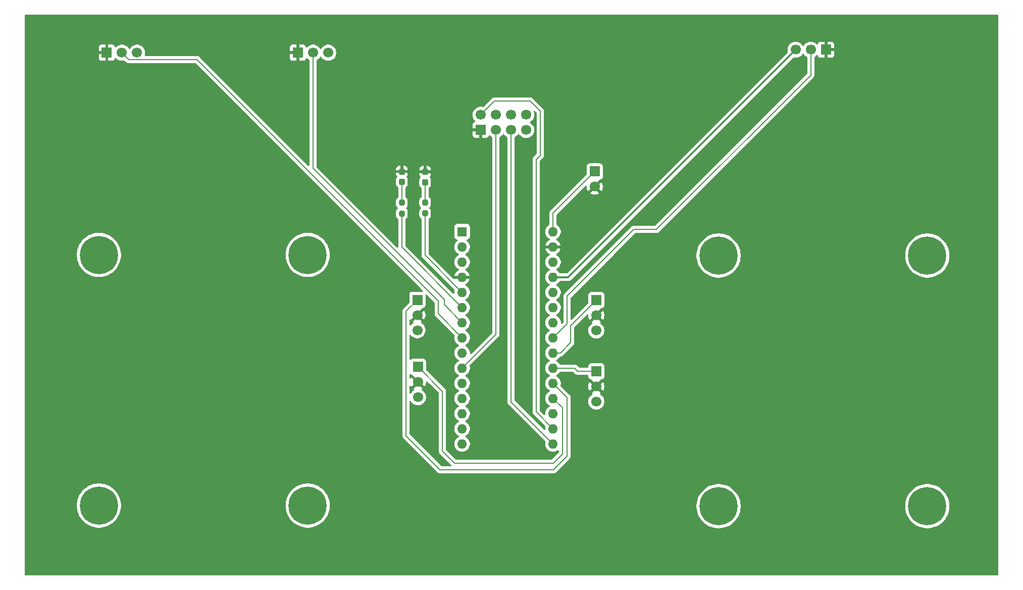
<source format=gtl>
%TF.GenerationSoftware,KiCad,Pcbnew,9.0.5*%
%TF.CreationDate,2025-12-04T02:48:25+01:00*%
%TF.ProjectId,Manette drone Robotech,4d616e65-7474-4652-9064-726f6e652052,rev?*%
%TF.SameCoordinates,Original*%
%TF.FileFunction,Copper,L1,Top*%
%TF.FilePolarity,Positive*%
%FSLAX46Y46*%
G04 Gerber Fmt 4.6, Leading zero omitted, Abs format (unit mm)*
G04 Created by KiCad (PCBNEW 9.0.5) date 2025-12-04 02:48:25*
%MOMM*%
%LPD*%
G01*
G04 APERTURE LIST*
G04 Aperture macros list*
%AMRoundRect*
0 Rectangle with rounded corners*
0 $1 Rounding radius*
0 $2 $3 $4 $5 $6 $7 $8 $9 X,Y pos of 4 corners*
0 Add a 4 corners polygon primitive as box body*
4,1,4,$2,$3,$4,$5,$6,$7,$8,$9,$2,$3,0*
0 Add four circle primitives for the rounded corners*
1,1,$1+$1,$2,$3*
1,1,$1+$1,$4,$5*
1,1,$1+$1,$6,$7*
1,1,$1+$1,$8,$9*
0 Add four rect primitives between the rounded corners*
20,1,$1+$1,$2,$3,$4,$5,0*
20,1,$1+$1,$4,$5,$6,$7,0*
20,1,$1+$1,$6,$7,$8,$9,0*
20,1,$1+$1,$8,$9,$2,$3,0*%
G04 Aperture macros list end*
%TA.AperFunction,ComponentPad*%
%ADD10C,6.400000*%
%TD*%
%TA.AperFunction,ComponentPad*%
%ADD11R,1.600000X1.600000*%
%TD*%
%TA.AperFunction,ComponentPad*%
%ADD12O,1.600000X1.600000*%
%TD*%
%TA.AperFunction,ComponentPad*%
%ADD13R,1.700000X1.700000*%
%TD*%
%TA.AperFunction,ComponentPad*%
%ADD14C,1.700000*%
%TD*%
%TA.AperFunction,SMDPad,CuDef*%
%ADD15RoundRect,0.237500X-0.237500X0.250000X-0.237500X-0.250000X0.237500X-0.250000X0.237500X0.250000X0*%
%TD*%
%TA.AperFunction,SMDPad,CuDef*%
%ADD16RoundRect,0.237500X-0.237500X0.287500X-0.237500X-0.287500X0.237500X-0.287500X0.237500X0.287500X0*%
%TD*%
%TA.AperFunction,ViaPad*%
%ADD17C,0.600000*%
%TD*%
%TA.AperFunction,Conductor*%
%ADD18C,0.200000*%
%TD*%
%TA.AperFunction,Conductor*%
%ADD19C,0.300000*%
%TD*%
G04 APERTURE END LIST*
D10*
%TO.P,H3,1*%
%TO.N,N/C*%
X170100000Y-58500000D03*
%TD*%
D11*
%TO.P,A1,1,D1/TX*%
%TO.N,unconnected-(A1-D1{slash}TX-Pad1)*%
X92100000Y-54500000D03*
D12*
%TO.P,A1,2,D0/RX*%
%TO.N,unconnected-(A1-D0{slash}RX-Pad2)*%
X92100000Y-57040000D03*
%TO.P,A1,3,~{RESET}*%
%TO.N,unconnected-(A1-~{RESET}-Pad3)*%
X92100000Y-59580000D03*
%TO.P,A1,4,GND*%
%TO.N,GND*%
X92100000Y-62120000D03*
%TO.P,A1,5,D2*%
%TO.N,RADIO_ON_LED*%
X92100000Y-64660000D03*
%TO.P,A1,6,D3*%
%TO.N,GP_LED*%
X92100000Y-67200000D03*
%TO.P,A1,7,D4*%
%TO.N,KILL_SW*%
X92100000Y-69740000D03*
%TO.P,A1,8,D5*%
%TO.N,FAILSAFE_SW*%
X92100000Y-72280000D03*
%TO.P,A1,9,D6*%
%TO.N,unconnected-(A1-D6-Pad9)*%
X92100000Y-74820000D03*
%TO.P,A1,10,D7*%
%TO.N,CE*%
X92100000Y-77360000D03*
%TO.P,A1,11,D8*%
%TO.N,unconnected-(A1-D8-Pad11)*%
X92100000Y-79900000D03*
%TO.P,A1,12,D9*%
%TO.N,unconnected-(A1-D9-Pad12)*%
X92100000Y-82440000D03*
%TO.P,A1,13,D10*%
%TO.N,CSN*%
X92100000Y-84980000D03*
%TO.P,A1,14,D11*%
%TO.N,MOSI*%
X92100000Y-87520000D03*
%TO.P,A1,15,D12*%
%TO.N,MISO*%
X92100000Y-90060000D03*
%TO.P,A1,16,D13*%
%TO.N,SCK*%
X107340000Y-90060000D03*
%TO.P,A1,17,3V3*%
%TO.N,3V3*%
X107340000Y-87520000D03*
%TO.P,A1,18,AREF*%
%TO.N,unconnected-(A1-AREF-Pad18)*%
X107340000Y-84980000D03*
%TO.P,A1,19,A0*%
%TO.N,JoyThrotlle*%
X107340000Y-82440000D03*
%TO.P,A1,20,A1*%
%TO.N,JoyYaw*%
X107340000Y-79900000D03*
%TO.P,A1,21,A2*%
%TO.N,JoyPitch*%
X107340000Y-77360000D03*
%TO.P,A1,22,A3*%
%TO.N,JoyRoll*%
X107340000Y-74820000D03*
%TO.P,A1,23,A4*%
%TO.N,GP_POT*%
X107340000Y-72280000D03*
%TO.P,A1,24,A5*%
%TO.N,unconnected-(A1-A5-Pad24)*%
X107340000Y-69740000D03*
%TO.P,A1,25,A6*%
%TO.N,unconnected-(A1-A6-Pad25)*%
X107340000Y-67200000D03*
%TO.P,A1,26,A7*%
%TO.N,unconnected-(A1-A7-Pad26)*%
X107340000Y-64660000D03*
%TO.P,A1,27,+5V*%
%TO.N,5V*%
X107340000Y-62120000D03*
%TO.P,A1,28,~{RESET}*%
%TO.N,unconnected-(A1-~{RESET}-Pad28)*%
X107340000Y-59580000D03*
%TO.P,A1,29,GND*%
%TO.N,GND*%
X107340000Y-57040000D03*
%TO.P,A1,30,VIN*%
%TO.N,BAT*%
X107340000Y-54500000D03*
%TD*%
D13*
%TO.P,GP_POT1,1,Pin_1*%
%TO.N,GND*%
X153100000Y-24000000D03*
D14*
%TO.P,GP_POT1,2,Pin_2*%
%TO.N,GP_POT*%
X150560000Y-24000000D03*
%TO.P,GP_POT1,3,Pin_3*%
%TO.N,5V*%
X148020000Y-24000000D03*
%TD*%
D15*
%TO.P,R2,1*%
%TO.N,Net-(D2-A)*%
X82000000Y-49637500D03*
%TO.P,R2,2*%
%TO.N,GP_LED*%
X82000000Y-51462500D03*
%TD*%
D10*
%TO.P,H7,1*%
%TO.N,N/C*%
X66200000Y-58400000D03*
%TD*%
%TO.P,H5,1*%
%TO.N,N/C*%
X31200000Y-58400000D03*
%TD*%
D15*
%TO.P,R1,1*%
%TO.N,Net-(D1-A)*%
X85900000Y-49600000D03*
%TO.P,R1,2*%
%TO.N,RADIO_ON_LED*%
X85900000Y-51425000D03*
%TD*%
D13*
%TO.P,SW1,1,Pin_1*%
%TO.N,GND*%
X32520000Y-24500000D03*
D14*
%TO.P,SW1,2,Pin_2*%
%TO.N,FAILSAFE_SW*%
X35060000Y-24500000D03*
%TO.P,SW1,3,Pin_3*%
%TO.N,5V*%
X37600000Y-24500000D03*
%TD*%
D10*
%TO.P,H4,1*%
%TO.N,N/C*%
X31200000Y-100400000D03*
%TD*%
D13*
%TO.P,SW2,1,Pin_1*%
%TO.N,GND*%
X64560000Y-24500000D03*
D14*
%TO.P,SW2,2,Pin_2*%
%TO.N,KILL_SW*%
X67100000Y-24500000D03*
%TO.P,SW2,3,Pin_3*%
%TO.N,5V*%
X69640000Y-24500000D03*
%TD*%
D13*
%TO.P,J2,1,Pin_1*%
%TO.N,BAT*%
X114340000Y-44400000D03*
D14*
%TO.P,J2,2,Pin_2*%
%TO.N,GND*%
X114340000Y-46940000D03*
%TD*%
D13*
%TO.P,JL2,1,Pin_1*%
%TO.N,JoyYaw*%
X84600000Y-65920000D03*
D14*
%TO.P,JL2,2,Pin_2*%
%TO.N,GND*%
X84600000Y-68460000D03*
%TO.P,JL2,3,Pin_3*%
%TO.N,5V*%
X84600000Y-71000000D03*
%TD*%
D16*
%TO.P,D2,1,K*%
%TO.N,GND*%
X82000000Y-44412500D03*
%TO.P,D2,2,A*%
%TO.N,Net-(D2-A)*%
X82000000Y-46162500D03*
%TD*%
D13*
%TO.P,JR2,1,Pin_1*%
%TO.N,JoyRoll*%
X114600000Y-65960000D03*
D14*
%TO.P,JR2,2,Pin_2*%
%TO.N,GND*%
X114600000Y-68500000D03*
%TO.P,JR2,3,Pin_3*%
%TO.N,5V*%
X114600000Y-71040000D03*
%TD*%
D10*
%TO.P,H8,1*%
%TO.N,N/C*%
X66200000Y-100400000D03*
%TD*%
D16*
%TO.P,D1,1,K*%
%TO.N,GND*%
X85900000Y-44475000D03*
%TO.P,D1,2,A*%
%TO.N,Net-(D1-A)*%
X85900000Y-46225000D03*
%TD*%
D10*
%TO.P,H6,1*%
%TO.N,N/C*%
X170100000Y-100500000D03*
%TD*%
D13*
%TO.P,JR1,1,Pin_1*%
%TO.N,JoyPitch*%
X114600000Y-77880000D03*
D14*
%TO.P,JR1,2,Pin_2*%
%TO.N,GND*%
X114600000Y-80420000D03*
%TO.P,JR1,3,Pin_3*%
%TO.N,5V*%
X114600000Y-82960000D03*
%TD*%
D13*
%TO.P,J1,1,Pin_1*%
%TO.N,GND*%
X95220000Y-37440000D03*
D14*
%TO.P,J1,2,Pin_2*%
%TO.N,3V3*%
X95220000Y-34900000D03*
%TO.P,J1,3,Pin_3*%
%TO.N,CE*%
X97760000Y-37440000D03*
%TO.P,J1,4,Pin_4*%
%TO.N,CSN*%
X97760000Y-34900000D03*
%TO.P,J1,5,Pin_5*%
%TO.N,SCK*%
X100300000Y-37440000D03*
%TO.P,J1,6,Pin_6*%
%TO.N,MOSI*%
X100300000Y-34900000D03*
%TO.P,J1,7,Pin_7*%
%TO.N,MISO*%
X102840000Y-37440000D03*
%TO.P,J1,8,Pin_8*%
%TO.N,unconnected-(J1-Pin_8-Pad8)*%
X102840000Y-34900000D03*
%TD*%
D10*
%TO.P,H2,1*%
%TO.N,N/C*%
X135100000Y-100500000D03*
%TD*%
D13*
%TO.P,JL1,1,Pin_1*%
%TO.N,JoyThrotlle*%
X84700000Y-77160000D03*
D14*
%TO.P,JL1,2,Pin_2*%
%TO.N,GND*%
X84700000Y-79700000D03*
%TO.P,JL1,3,Pin_3*%
%TO.N,5V*%
X84700000Y-82240000D03*
%TD*%
D10*
%TO.P,H1,1*%
%TO.N,N/C*%
X135100000Y-58500000D03*
%TD*%
D17*
%TO.N,GND*%
X134200000Y-33200000D03*
X138400000Y-36900000D03*
X102700000Y-83300000D03*
X100800000Y-85900000D03*
X96900000Y-82700000D03*
X99400000Y-85100000D03*
X76200000Y-88900000D03*
X76200000Y-76200000D03*
X76200000Y-63500000D03*
X25400000Y-25400000D03*
X25760000Y-57800000D03*
X25760000Y-70500000D03*
X25760000Y-83200000D03*
X25760000Y-95900000D03*
X165100000Y-108600000D03*
X177800000Y-101600000D03*
X177800000Y-76200000D03*
X177800000Y-63500000D03*
X177800000Y-38100000D03*
X177800000Y-25400000D03*
X165100000Y-25400000D03*
X25400000Y-38100000D03*
X165100000Y-83200000D03*
X165100000Y-70500000D03*
X165100000Y-38100000D03*
X152400000Y-57800000D03*
X152400000Y-38100000D03*
X114300000Y-38100000D03*
X127000000Y-38100000D03*
X127000000Y-25400000D03*
X114300000Y-25400000D03*
X101600000Y-25400000D03*
X76200000Y-38100000D03*
X88900000Y-38100000D03*
X88900000Y-25400000D03*
X50800000Y-38100000D03*
X51160000Y-57800000D03*
X51160000Y-70500000D03*
X51160000Y-95900000D03*
X51160000Y-83200000D03*
X127000000Y-88900000D03*
X127000000Y-76200000D03*
X127000000Y-63500000D03*
X139700000Y-70500000D03*
X152400000Y-70500000D03*
X152400000Y-83200000D03*
X139700000Y-83200000D03*
X139700000Y-95900000D03*
X152400000Y-95900000D03*
X152400000Y-108600000D03*
X139700000Y-108600000D03*
X127000000Y-101600000D03*
X114300000Y-101600000D03*
X101600000Y-101600000D03*
X88900000Y-101600000D03*
X76200000Y-101600000D03*
X63860000Y-83200000D03*
X63860000Y-70500000D03*
X63860000Y-95900000D03*
X38460000Y-95900000D03*
X38460000Y-83200000D03*
X38460000Y-70500000D03*
X38460000Y-57800000D03*
X38100000Y-38100000D03*
X114000000Y-87700000D03*
X111500000Y-85300000D03*
%TD*%
D18*
%TO.N,GP_POT*%
X124700000Y-54100000D02*
X150560000Y-28240000D01*
X109700000Y-65300000D02*
X120900000Y-54100000D01*
X150560000Y-28240000D02*
X150560000Y-24000000D01*
X109700000Y-69920000D02*
X109700000Y-65300000D01*
X120900000Y-54100000D02*
X124700000Y-54100000D01*
X107340000Y-72280000D02*
X109700000Y-69920000D01*
%TO.N,GND*%
X96900000Y-82700000D02*
X99300000Y-85100000D01*
%TO.N,SCK*%
X100300000Y-83020000D02*
X107340000Y-90060000D01*
X100300000Y-37440000D02*
X100300000Y-83020000D01*
X100300000Y-37440000D02*
X100940000Y-37440000D01*
%TO.N,GND*%
X113900000Y-87700000D02*
X114000000Y-87700000D01*
X111500000Y-85300000D02*
X113900000Y-87700000D01*
%TO.N,JoyPitch*%
X111480000Y-77880000D02*
X114600000Y-77880000D01*
X110960000Y-77360000D02*
X111480000Y-77880000D01*
X107340000Y-77360000D02*
X110960000Y-77360000D01*
%TO.N,FAILSAFE_SW*%
X47651000Y-25651000D02*
X88100000Y-66100000D01*
X35060000Y-24500000D02*
X36211000Y-25651000D01*
X88100000Y-68280000D02*
X92100000Y-72280000D01*
X36211000Y-25651000D02*
X47651000Y-25651000D01*
X88100000Y-66100000D02*
X88100000Y-68280000D01*
%TO.N,CE*%
X97760000Y-71700000D02*
X92100000Y-77360000D01*
X97760000Y-37440000D02*
X97760000Y-71700000D01*
%TO.N,RADIO_ON_LED*%
X85900000Y-51425000D02*
X85900000Y-58460000D01*
X85900000Y-58460000D02*
X92100000Y-64660000D01*
%TO.N,GP_LED*%
X82000000Y-57100000D02*
X92100000Y-67200000D01*
X82000000Y-51462500D02*
X82000000Y-57100000D01*
%TO.N,JoyRoll*%
X110300000Y-73100000D02*
X108580000Y-74820000D01*
X114600000Y-65960000D02*
X110300000Y-70260000D01*
X108580000Y-74820000D02*
X107340000Y-74820000D01*
X110300000Y-70260000D02*
X110300000Y-73100000D01*
%TO.N,JoyYaw*%
X109700000Y-92100000D02*
X109700000Y-82260000D01*
X107400000Y-94400000D02*
X109700000Y-92100000D01*
X82700000Y-88700000D02*
X88400000Y-94400000D01*
X109700000Y-82260000D02*
X107340000Y-79900000D01*
X88400000Y-94400000D02*
X107400000Y-94400000D01*
X82700000Y-67820000D02*
X82700000Y-88700000D01*
X84600000Y-65920000D02*
X82700000Y-67820000D01*
D19*
%TO.N,5V*%
X107340000Y-62120000D02*
X109900000Y-62120000D01*
X109900000Y-62120000D02*
X148020000Y-24000000D01*
D18*
%TO.N,JoyThrotlle*%
X88800000Y-81260000D02*
X88800000Y-91300000D01*
X108900000Y-84000000D02*
X107340000Y-82440000D01*
X107400000Y-93300000D02*
X108900000Y-91800000D01*
X108900000Y-91800000D02*
X108900000Y-84000000D01*
X88800000Y-91300000D02*
X90800000Y-93300000D01*
X90800000Y-93300000D02*
X107400000Y-93300000D01*
X84700000Y-77160000D02*
X88800000Y-81260000D01*
%TO.N,3V3*%
X105200000Y-41700000D02*
X104500000Y-42400000D01*
X95220000Y-34900000D02*
X97520000Y-32600000D01*
X104500000Y-42400000D02*
X104500000Y-84680000D01*
X97520000Y-32600000D02*
X103500000Y-32600000D01*
X103500000Y-32600000D02*
X105200000Y-34300000D01*
X105200000Y-34300000D02*
X105200000Y-41700000D01*
X104500000Y-84680000D02*
X107340000Y-87520000D01*
%TO.N,KILL_SW*%
X67100000Y-24500000D02*
X67100000Y-43900000D01*
X67100000Y-43900000D02*
X89100000Y-65900000D01*
X89100000Y-66740000D02*
X92100000Y-69740000D01*
X89100000Y-65900000D02*
X89100000Y-66740000D01*
%TO.N,BAT*%
X107340000Y-54500000D02*
X107340000Y-51400000D01*
X107340000Y-51400000D02*
X114340000Y-44400000D01*
%TO.N,Net-(D1-A)*%
X85900000Y-46225000D02*
X85900000Y-49600000D01*
%TO.N,Net-(D2-A)*%
X82000000Y-46162500D02*
X82000000Y-49637500D01*
%TD*%
%TA.AperFunction,Conductor*%
%TO.N,GND*%
G36*
X86255203Y-79564884D02*
G01*
X86261671Y-79570907D01*
X86706892Y-80016127D01*
X88163181Y-81472416D01*
X88196666Y-81533739D01*
X88199500Y-81560097D01*
X88199500Y-91213330D01*
X88199499Y-91213348D01*
X88199499Y-91379054D01*
X88199498Y-91379054D01*
X88199499Y-91379057D01*
X88240423Y-91531785D01*
X88261457Y-91568216D01*
X88300139Y-91635216D01*
X88319479Y-91668715D01*
X88438349Y-91787585D01*
X88438355Y-91787590D01*
X90238584Y-93587819D01*
X90272069Y-93649142D01*
X90267085Y-93718834D01*
X90225213Y-93774767D01*
X90159749Y-93799184D01*
X90150903Y-93799500D01*
X88700097Y-93799500D01*
X88633058Y-93779815D01*
X88612416Y-93763181D01*
X83336819Y-88487584D01*
X83303334Y-88426261D01*
X83300500Y-88399903D01*
X83300500Y-82984555D01*
X83320185Y-82917516D01*
X83372989Y-82871761D01*
X83442147Y-82861817D01*
X83505703Y-82890842D01*
X83534985Y-82928261D01*
X83544949Y-82947817D01*
X83669890Y-83119786D01*
X83820213Y-83270109D01*
X83992179Y-83395048D01*
X83992181Y-83395049D01*
X83992184Y-83395051D01*
X84181588Y-83491557D01*
X84383757Y-83557246D01*
X84593713Y-83590500D01*
X84593714Y-83590500D01*
X84806286Y-83590500D01*
X84806287Y-83590500D01*
X85016243Y-83557246D01*
X85218412Y-83491557D01*
X85407816Y-83395051D01*
X85469459Y-83350265D01*
X85579786Y-83270109D01*
X85579788Y-83270106D01*
X85579792Y-83270104D01*
X85730104Y-83119792D01*
X85730106Y-83119788D01*
X85730109Y-83119786D01*
X85855048Y-82947820D01*
X85855050Y-82947817D01*
X85855051Y-82947816D01*
X85951557Y-82758412D01*
X86017246Y-82556243D01*
X86050500Y-82346287D01*
X86050500Y-82133713D01*
X86017246Y-81923757D01*
X85951557Y-81721588D01*
X85855051Y-81532184D01*
X85855049Y-81532181D01*
X85855048Y-81532179D01*
X85730109Y-81360213D01*
X85579786Y-81209890D01*
X85407817Y-81084949D01*
X85398504Y-81080204D01*
X85347707Y-81032230D01*
X85330912Y-80964409D01*
X85353449Y-80898274D01*
X85398507Y-80859232D01*
X85407555Y-80854622D01*
X85461716Y-80815270D01*
X85461717Y-80815270D01*
X84829408Y-80182962D01*
X84892993Y-80165925D01*
X85007007Y-80100099D01*
X85100099Y-80007007D01*
X85165925Y-79892993D01*
X85182962Y-79829408D01*
X85815270Y-80461717D01*
X85815270Y-80461716D01*
X85854622Y-80407554D01*
X85951095Y-80218217D01*
X86016757Y-80016130D01*
X86016757Y-80016127D01*
X86050000Y-79806246D01*
X86050000Y-79658597D01*
X86069685Y-79591558D01*
X86122489Y-79545803D01*
X86191647Y-79535859D01*
X86255203Y-79564884D01*
G37*
%TD.AperFunction*%
%TA.AperFunction,Conductor*%
G36*
X99101444Y-38093999D02*
G01*
X99140486Y-38139056D01*
X99144951Y-38147820D01*
X99269890Y-38319786D01*
X99420213Y-38470109D01*
X99592184Y-38595051D01*
X99592184Y-38595052D01*
X99631793Y-38615233D01*
X99682590Y-38663206D01*
X99699500Y-38725718D01*
X99699500Y-82933330D01*
X99699499Y-82933348D01*
X99699499Y-83099054D01*
X99699498Y-83099054D01*
X99740423Y-83251784D01*
X99740423Y-83251786D01*
X99740457Y-83251843D01*
X99740575Y-83252048D01*
X99819477Y-83388712D01*
X99819481Y-83388717D01*
X99938349Y-83507585D01*
X99938355Y-83507590D01*
X106045922Y-89615157D01*
X106079407Y-89676480D01*
X106076173Y-89741155D01*
X106071522Y-89755468D01*
X106039500Y-89957648D01*
X106039500Y-90162351D01*
X106071522Y-90364534D01*
X106134781Y-90559223D01*
X106227715Y-90741613D01*
X106348028Y-90907213D01*
X106492786Y-91051971D01*
X106635814Y-91155885D01*
X106658390Y-91172287D01*
X106738977Y-91213348D01*
X106840776Y-91265218D01*
X106840778Y-91265218D01*
X106840781Y-91265220D01*
X106945137Y-91299127D01*
X107035465Y-91328477D01*
X107136557Y-91344488D01*
X107237648Y-91360500D01*
X107237649Y-91360500D01*
X107442351Y-91360500D01*
X107442352Y-91360500D01*
X107644534Y-91328477D01*
X107839219Y-91265220D01*
X108021610Y-91172287D01*
X108102615Y-91113434D01*
X108168421Y-91089954D01*
X108236475Y-91105779D01*
X108285170Y-91155885D01*
X108299500Y-91213752D01*
X108299500Y-91499903D01*
X108279815Y-91566942D01*
X108263181Y-91587584D01*
X107187584Y-92663181D01*
X107126261Y-92696666D01*
X107099903Y-92699500D01*
X91100097Y-92699500D01*
X91033058Y-92679815D01*
X91012416Y-92663181D01*
X89436819Y-91087584D01*
X89403334Y-91026261D01*
X89400500Y-90999903D01*
X89400500Y-81349060D01*
X89400501Y-81349047D01*
X89400501Y-81180944D01*
X89397977Y-81171523D01*
X89359577Y-81028216D01*
X89359573Y-81028209D01*
X89280524Y-80891290D01*
X89280518Y-80891282D01*
X86086818Y-77697582D01*
X86053333Y-77636259D01*
X86050499Y-77609901D01*
X86050499Y-76262129D01*
X86050498Y-76262123D01*
X86048949Y-76247715D01*
X86044091Y-76202517D01*
X86026286Y-76154780D01*
X85993797Y-76067671D01*
X85993793Y-76067664D01*
X85907547Y-75952455D01*
X85907544Y-75952452D01*
X85792335Y-75866206D01*
X85792328Y-75866202D01*
X85657482Y-75815908D01*
X85657483Y-75815908D01*
X85597883Y-75809501D01*
X85597881Y-75809500D01*
X85597873Y-75809500D01*
X85597864Y-75809500D01*
X83802129Y-75809500D01*
X83802123Y-75809501D01*
X83742516Y-75815908D01*
X83607671Y-75866202D01*
X83607669Y-75866204D01*
X83498811Y-75947695D01*
X83433347Y-75972112D01*
X83365074Y-75957260D01*
X83315668Y-75907855D01*
X83300500Y-75848428D01*
X83300500Y-71890633D01*
X83320185Y-71823594D01*
X83372989Y-71777839D01*
X83442147Y-71767895D01*
X83505703Y-71796920D01*
X83524819Y-71817748D01*
X83569896Y-71879792D01*
X83720213Y-72030109D01*
X83892179Y-72155048D01*
X83892181Y-72155049D01*
X83892184Y-72155051D01*
X84081588Y-72251557D01*
X84283757Y-72317246D01*
X84493713Y-72350500D01*
X84493714Y-72350500D01*
X84706286Y-72350500D01*
X84706287Y-72350500D01*
X84916243Y-72317246D01*
X85118412Y-72251557D01*
X85307816Y-72155051D01*
X85329789Y-72139086D01*
X85479786Y-72030109D01*
X85479788Y-72030106D01*
X85479792Y-72030104D01*
X85630104Y-71879792D01*
X85630106Y-71879788D01*
X85630109Y-71879786D01*
X85755048Y-71707820D01*
X85755047Y-71707820D01*
X85755051Y-71707816D01*
X85851557Y-71518412D01*
X85917246Y-71316243D01*
X85950500Y-71106287D01*
X85950500Y-70893713D01*
X85917246Y-70683757D01*
X85851557Y-70481588D01*
X85755051Y-70292184D01*
X85755049Y-70292181D01*
X85755048Y-70292179D01*
X85630109Y-70120213D01*
X85479786Y-69969890D01*
X85307817Y-69844949D01*
X85298504Y-69840204D01*
X85247707Y-69792230D01*
X85230912Y-69724409D01*
X85253449Y-69658274D01*
X85298507Y-69619232D01*
X85307555Y-69614622D01*
X85361716Y-69575270D01*
X85361717Y-69575270D01*
X84729408Y-68942962D01*
X84792993Y-68925925D01*
X84907007Y-68860099D01*
X85000099Y-68767007D01*
X85065925Y-68652993D01*
X85082962Y-68589408D01*
X85715270Y-69221717D01*
X85715270Y-69221716D01*
X85754622Y-69167554D01*
X85851095Y-68978217D01*
X85916757Y-68776130D01*
X85916757Y-68776127D01*
X85950000Y-68566246D01*
X85950000Y-68353753D01*
X85916757Y-68143872D01*
X85916757Y-68143869D01*
X85851095Y-67941782D01*
X85754624Y-67752449D01*
X85715270Y-67698282D01*
X85715269Y-67698282D01*
X85082962Y-68330590D01*
X85065925Y-68267007D01*
X85000099Y-68152993D01*
X84907007Y-68059901D01*
X84792993Y-67994075D01*
X84729408Y-67977037D01*
X85399627Y-67306818D01*
X85460950Y-67273333D01*
X85487308Y-67270499D01*
X85497871Y-67270499D01*
X85497872Y-67270499D01*
X85557483Y-67264091D01*
X85692331Y-67213796D01*
X85807546Y-67127546D01*
X85893796Y-67012331D01*
X85944091Y-66877483D01*
X85950500Y-66817873D01*
X85950499Y-65099095D01*
X85970184Y-65032057D01*
X86022987Y-64986302D01*
X86092146Y-64976358D01*
X86155702Y-65005383D01*
X86162180Y-65011415D01*
X87463181Y-66312416D01*
X87496666Y-66373739D01*
X87499500Y-66400097D01*
X87499500Y-68193330D01*
X87499499Y-68193348D01*
X87499499Y-68359054D01*
X87499498Y-68359054D01*
X87526547Y-68459999D01*
X87540423Y-68511785D01*
X87552389Y-68532511D01*
X87569358Y-68561900D01*
X87569359Y-68561904D01*
X87569360Y-68561904D01*
X87619479Y-68648714D01*
X87619481Y-68648717D01*
X87738349Y-68767585D01*
X87738355Y-68767590D01*
X90805922Y-71835157D01*
X90839407Y-71896480D01*
X90836173Y-71961155D01*
X90831522Y-71975468D01*
X90799500Y-72177648D01*
X90799500Y-72382351D01*
X90831522Y-72584534D01*
X90894781Y-72779223D01*
X90987715Y-72961613D01*
X91108028Y-73127213D01*
X91252786Y-73271971D01*
X91407749Y-73384556D01*
X91418390Y-73392287D01*
X91509840Y-73438883D01*
X91511080Y-73439515D01*
X91561876Y-73487490D01*
X91578671Y-73555311D01*
X91556134Y-73621446D01*
X91511080Y-73660485D01*
X91418386Y-73707715D01*
X91252786Y-73828028D01*
X91108028Y-73972786D01*
X90987715Y-74138386D01*
X90894781Y-74320776D01*
X90831522Y-74515465D01*
X90799500Y-74717648D01*
X90799500Y-74922351D01*
X90831522Y-75124534D01*
X90894781Y-75319223D01*
X90946385Y-75420500D01*
X90980882Y-75488204D01*
X90987715Y-75501613D01*
X91108028Y-75667213D01*
X91252786Y-75811971D01*
X91384762Y-75907855D01*
X91418390Y-75932287D01*
X91496551Y-75972112D01*
X91511080Y-75979515D01*
X91561876Y-76027490D01*
X91578671Y-76095311D01*
X91556134Y-76161446D01*
X91511080Y-76200485D01*
X91418386Y-76247715D01*
X91252786Y-76368028D01*
X91108028Y-76512786D01*
X90987715Y-76678386D01*
X90894781Y-76860776D01*
X90831522Y-77055465D01*
X90799500Y-77257648D01*
X90799500Y-77462351D01*
X90831522Y-77664534D01*
X90894781Y-77859223D01*
X90987715Y-78041613D01*
X91108028Y-78207213D01*
X91252786Y-78351971D01*
X91373365Y-78439575D01*
X91418390Y-78472287D01*
X91480805Y-78504089D01*
X91511080Y-78519515D01*
X91561876Y-78567490D01*
X91578671Y-78635311D01*
X91556134Y-78701446D01*
X91511080Y-78740485D01*
X91418386Y-78787715D01*
X91252786Y-78908028D01*
X91108028Y-79052786D01*
X90987715Y-79218386D01*
X90894781Y-79400776D01*
X90831522Y-79595465D01*
X90799500Y-79797648D01*
X90799500Y-80002351D01*
X90831522Y-80204534D01*
X90894781Y-80399223D01*
X90987715Y-80581613D01*
X91108028Y-80747213D01*
X91252786Y-80891971D01*
X91367108Y-80975029D01*
X91418390Y-81012287D01*
X91509840Y-81058883D01*
X91511080Y-81059515D01*
X91561876Y-81107490D01*
X91578671Y-81175311D01*
X91556134Y-81241446D01*
X91511080Y-81280485D01*
X91418386Y-81327715D01*
X91252786Y-81448028D01*
X91108028Y-81592786D01*
X90987715Y-81758386D01*
X90894781Y-81940776D01*
X90831522Y-82135465D01*
X90799500Y-82337648D01*
X90799500Y-82542351D01*
X90831522Y-82744534D01*
X90894781Y-82939223D01*
X90987715Y-83121613D01*
X91108028Y-83287213D01*
X91252786Y-83431971D01*
X91356862Y-83507585D01*
X91418390Y-83552287D01*
X91493387Y-83590500D01*
X91511080Y-83599515D01*
X91561876Y-83647490D01*
X91578671Y-83715311D01*
X91556134Y-83781446D01*
X91511080Y-83820485D01*
X91418386Y-83867715D01*
X91252786Y-83988028D01*
X91108028Y-84132786D01*
X90987715Y-84298386D01*
X90894781Y-84480776D01*
X90831522Y-84675465D01*
X90799500Y-84877648D01*
X90799500Y-85082351D01*
X90831522Y-85284534D01*
X90894781Y-85479223D01*
X90987715Y-85661613D01*
X91108028Y-85827213D01*
X91252786Y-85971971D01*
X91407749Y-86084556D01*
X91418390Y-86092287D01*
X91509840Y-86138883D01*
X91511080Y-86139515D01*
X91561876Y-86187490D01*
X91578671Y-86255311D01*
X91556134Y-86321446D01*
X91511080Y-86360485D01*
X91418386Y-86407715D01*
X91252786Y-86528028D01*
X91108028Y-86672786D01*
X90987715Y-86838386D01*
X90894781Y-87020776D01*
X90831522Y-87215465D01*
X90799500Y-87417648D01*
X90799500Y-87622351D01*
X90831522Y-87824534D01*
X90894781Y-88019223D01*
X90987715Y-88201613D01*
X91108028Y-88367213D01*
X91252786Y-88511971D01*
X91392298Y-88613330D01*
X91418390Y-88632287D01*
X91509840Y-88678883D01*
X91511080Y-88679515D01*
X91561876Y-88727490D01*
X91578671Y-88795311D01*
X91556134Y-88861446D01*
X91511080Y-88900485D01*
X91418386Y-88947715D01*
X91252786Y-89068028D01*
X91108028Y-89212786D01*
X90987715Y-89378386D01*
X90894781Y-89560776D01*
X90831522Y-89755465D01*
X90799500Y-89957648D01*
X90799500Y-90162351D01*
X90831522Y-90364534D01*
X90894781Y-90559223D01*
X90987715Y-90741613D01*
X91108028Y-90907213D01*
X91252786Y-91051971D01*
X91395814Y-91155885D01*
X91418390Y-91172287D01*
X91498977Y-91213348D01*
X91600776Y-91265218D01*
X91600778Y-91265218D01*
X91600781Y-91265220D01*
X91705137Y-91299127D01*
X91795465Y-91328477D01*
X91896557Y-91344488D01*
X91997648Y-91360500D01*
X91997649Y-91360500D01*
X92202351Y-91360500D01*
X92202352Y-91360500D01*
X92404534Y-91328477D01*
X92599219Y-91265220D01*
X92781610Y-91172287D01*
X92898195Y-91087584D01*
X92947213Y-91051971D01*
X92947215Y-91051968D01*
X92947219Y-91051966D01*
X93091966Y-90907219D01*
X93091968Y-90907215D01*
X93091971Y-90907213D01*
X93144732Y-90834590D01*
X93212287Y-90741610D01*
X93305220Y-90559219D01*
X93368477Y-90364534D01*
X93400500Y-90162352D01*
X93400500Y-89957648D01*
X93368477Y-89755466D01*
X93305220Y-89560781D01*
X93305218Y-89560778D01*
X93305218Y-89560776D01*
X93271503Y-89494607D01*
X93212287Y-89378390D01*
X93204556Y-89367749D01*
X93091971Y-89212786D01*
X92947213Y-89068028D01*
X92781614Y-88947715D01*
X92775006Y-88944348D01*
X92688917Y-88900483D01*
X92638123Y-88852511D01*
X92621328Y-88784690D01*
X92643865Y-88718555D01*
X92688917Y-88679516D01*
X92781610Y-88632287D01*
X92807702Y-88613330D01*
X92947213Y-88511971D01*
X92947215Y-88511968D01*
X92947219Y-88511966D01*
X93091966Y-88367219D01*
X93091968Y-88367215D01*
X93091971Y-88367213D01*
X93144732Y-88294590D01*
X93212287Y-88201610D01*
X93305220Y-88019219D01*
X93368477Y-87824534D01*
X93400500Y-87622352D01*
X93400500Y-87417648D01*
X93368477Y-87215466D01*
X93305220Y-87020781D01*
X93305218Y-87020778D01*
X93305218Y-87020776D01*
X93271503Y-86954607D01*
X93212287Y-86838390D01*
X93204556Y-86827749D01*
X93091971Y-86672786D01*
X92947213Y-86528028D01*
X92781614Y-86407715D01*
X92775006Y-86404348D01*
X92688917Y-86360483D01*
X92638123Y-86312511D01*
X92621328Y-86244690D01*
X92643865Y-86178555D01*
X92688917Y-86139516D01*
X92781610Y-86092287D01*
X92802770Y-86076913D01*
X92947213Y-85971971D01*
X92947215Y-85971968D01*
X92947219Y-85971966D01*
X93091966Y-85827219D01*
X93091968Y-85827215D01*
X93091971Y-85827213D01*
X93144732Y-85754590D01*
X93212287Y-85661610D01*
X93305220Y-85479219D01*
X93368477Y-85284534D01*
X93400500Y-85082352D01*
X93400500Y-84877648D01*
X93368477Y-84675466D01*
X93305220Y-84480781D01*
X93305218Y-84480778D01*
X93305218Y-84480776D01*
X93267250Y-84406260D01*
X93212287Y-84298390D01*
X93149200Y-84211557D01*
X93091971Y-84132786D01*
X92947213Y-83988028D01*
X92781614Y-83867715D01*
X92775006Y-83864348D01*
X92688917Y-83820483D01*
X92638123Y-83772511D01*
X92621328Y-83704690D01*
X92643865Y-83638555D01*
X92688917Y-83599516D01*
X92781610Y-83552287D01*
X92843138Y-83507585D01*
X92947213Y-83431971D01*
X92947215Y-83431968D01*
X92947219Y-83431966D01*
X93091966Y-83287219D01*
X93091968Y-83287215D01*
X93091971Y-83287213D01*
X93144732Y-83214590D01*
X93212287Y-83121610D01*
X93305220Y-82939219D01*
X93368477Y-82744534D01*
X93400500Y-82542352D01*
X93400500Y-82337648D01*
X93388426Y-82261416D01*
X93368477Y-82135465D01*
X93305218Y-81940776D01*
X93271503Y-81874607D01*
X93212287Y-81758390D01*
X93166253Y-81695029D01*
X93091971Y-81592786D01*
X92947213Y-81448028D01*
X92781614Y-81327715D01*
X92775006Y-81324348D01*
X92688917Y-81280483D01*
X92638123Y-81232511D01*
X92621328Y-81164690D01*
X92643865Y-81098555D01*
X92688917Y-81059516D01*
X92781610Y-81012287D01*
X92847509Y-80964409D01*
X92947213Y-80891971D01*
X92947215Y-80891968D01*
X92947219Y-80891966D01*
X93091966Y-80747219D01*
X93091968Y-80747215D01*
X93091971Y-80747213D01*
X93189486Y-80612993D01*
X93212287Y-80581610D01*
X93305220Y-80399219D01*
X93368477Y-80204534D01*
X93400500Y-80002352D01*
X93400500Y-79797648D01*
X93368477Y-79595466D01*
X93367207Y-79591558D01*
X93305218Y-79400776D01*
X93228484Y-79250179D01*
X93212287Y-79218390D01*
X93179886Y-79173793D01*
X93091971Y-79052786D01*
X92947213Y-78908028D01*
X92781614Y-78787715D01*
X92775006Y-78784348D01*
X92688917Y-78740483D01*
X92638123Y-78692511D01*
X92621328Y-78624690D01*
X92643865Y-78558555D01*
X92688917Y-78519516D01*
X92781610Y-78472287D01*
X92826635Y-78439575D01*
X92947213Y-78351971D01*
X92947215Y-78351968D01*
X92947219Y-78351966D01*
X93091966Y-78207219D01*
X93091968Y-78207215D01*
X93091971Y-78207213D01*
X93157162Y-78117483D01*
X93212287Y-78041610D01*
X93305220Y-77859219D01*
X93368477Y-77664534D01*
X93400500Y-77462352D01*
X93400500Y-77257648D01*
X93368477Y-77055466D01*
X93363825Y-77041151D01*
X93361832Y-76971312D01*
X93394075Y-76915158D01*
X98240520Y-72068716D01*
X98319577Y-71931784D01*
X98360501Y-71779057D01*
X98360501Y-71620942D01*
X98360501Y-71613347D01*
X98360500Y-71613329D01*
X98360500Y-38725718D01*
X98380185Y-38658679D01*
X98428207Y-38615233D01*
X98467815Y-38595052D01*
X98467815Y-38595051D01*
X98467816Y-38595051D01*
X98559193Y-38528661D01*
X98639786Y-38470109D01*
X98639788Y-38470106D01*
X98639792Y-38470104D01*
X98790104Y-38319792D01*
X98790106Y-38319788D01*
X98790109Y-38319786D01*
X98915048Y-38147820D01*
X98915047Y-38147820D01*
X98915051Y-38147816D01*
X98919514Y-38139054D01*
X98967488Y-38088259D01*
X99035308Y-38071463D01*
X99101444Y-38093999D01*
G37*
%TD.AperFunction*%
%TA.AperFunction,Conductor*%
G36*
X104291121Y-34240356D02*
G01*
X104563181Y-34512416D01*
X104596666Y-34573739D01*
X104599500Y-34600097D01*
X104599500Y-41399902D01*
X104579815Y-41466941D01*
X104563181Y-41487583D01*
X104019481Y-42031282D01*
X104019479Y-42031284D01*
X104004289Y-42057594D01*
X103997869Y-42068716D01*
X103940423Y-42168215D01*
X103899499Y-42320943D01*
X103899499Y-42320945D01*
X103899499Y-42489046D01*
X103899500Y-42489059D01*
X103899500Y-84593330D01*
X103899499Y-84593348D01*
X103899499Y-84759054D01*
X103899498Y-84759054D01*
X103940423Y-84911785D01*
X103969358Y-84961900D01*
X103969359Y-84961904D01*
X103969360Y-84961904D01*
X104019479Y-85048714D01*
X104019481Y-85048717D01*
X104138349Y-85167585D01*
X104138355Y-85167590D01*
X106045921Y-87075157D01*
X106079406Y-87136480D01*
X106076173Y-87201149D01*
X106071523Y-87215460D01*
X106071523Y-87215462D01*
X106039500Y-87417648D01*
X106039500Y-87610903D01*
X106019815Y-87677942D01*
X105967011Y-87723697D01*
X105897853Y-87733641D01*
X105834297Y-87704616D01*
X105827819Y-87698584D01*
X100936819Y-82807584D01*
X100903334Y-82746261D01*
X100900500Y-82719903D01*
X100900500Y-38725718D01*
X100920185Y-38658679D01*
X100968207Y-38615233D01*
X101007815Y-38595052D01*
X101007815Y-38595051D01*
X101007816Y-38595051D01*
X101099193Y-38528661D01*
X101179786Y-38470109D01*
X101179788Y-38470106D01*
X101179792Y-38470104D01*
X101330104Y-38319792D01*
X101330106Y-38319788D01*
X101330109Y-38319786D01*
X101455048Y-38147820D01*
X101455047Y-38147820D01*
X101455051Y-38147816D01*
X101459514Y-38139054D01*
X101507488Y-38088259D01*
X101575308Y-38071463D01*
X101641444Y-38093999D01*
X101680486Y-38139056D01*
X101684951Y-38147820D01*
X101809890Y-38319786D01*
X101960213Y-38470109D01*
X102132179Y-38595048D01*
X102132181Y-38595049D01*
X102132184Y-38595051D01*
X102321588Y-38691557D01*
X102523757Y-38757246D01*
X102733713Y-38790500D01*
X102733714Y-38790500D01*
X102946286Y-38790500D01*
X102946287Y-38790500D01*
X103156243Y-38757246D01*
X103358412Y-38691557D01*
X103547816Y-38595051D01*
X103634471Y-38532093D01*
X103719786Y-38470109D01*
X103719788Y-38470106D01*
X103719792Y-38470104D01*
X103870104Y-38319792D01*
X103870106Y-38319788D01*
X103870109Y-38319786D01*
X103995048Y-38147820D01*
X103995047Y-38147820D01*
X103995051Y-38147816D01*
X104091557Y-37958412D01*
X104157246Y-37756243D01*
X104190500Y-37546287D01*
X104190500Y-37333713D01*
X104157246Y-37123757D01*
X104091557Y-36921588D01*
X103995051Y-36732184D01*
X103995049Y-36732181D01*
X103995048Y-36732179D01*
X103870109Y-36560213D01*
X103719786Y-36409890D01*
X103547820Y-36284951D01*
X103547115Y-36284591D01*
X103539054Y-36280485D01*
X103488259Y-36232512D01*
X103471463Y-36164692D01*
X103493999Y-36098556D01*
X103539054Y-36059515D01*
X103547816Y-36055051D01*
X103637020Y-35990241D01*
X103719786Y-35930109D01*
X103719788Y-35930106D01*
X103719792Y-35930104D01*
X103870104Y-35779792D01*
X103870106Y-35779788D01*
X103870109Y-35779786D01*
X103995048Y-35607820D01*
X103995047Y-35607820D01*
X103995051Y-35607816D01*
X104091557Y-35418412D01*
X104157246Y-35216243D01*
X104190500Y-35006287D01*
X104190500Y-34793713D01*
X104157246Y-34583757D01*
X104091557Y-34381588D01*
X104091555Y-34381585D01*
X104091554Y-34381580D01*
X104089690Y-34377079D01*
X104091459Y-34376346D01*
X104080057Y-34315680D01*
X104106324Y-34250936D01*
X104163425Y-34210671D01*
X104233230Y-34207669D01*
X104291121Y-34240356D01*
G37*
%TD.AperFunction*%
%TA.AperFunction,Conductor*%
G36*
X84234075Y-79892993D02*
G01*
X84299901Y-80007007D01*
X84392993Y-80100099D01*
X84507007Y-80165925D01*
X84570590Y-80182962D01*
X83938282Y-80815269D01*
X83938282Y-80815270D01*
X83992452Y-80854626D01*
X83992451Y-80854626D01*
X84001495Y-80859234D01*
X84052292Y-80907208D01*
X84069087Y-80975029D01*
X84046550Y-81041164D01*
X84001499Y-81080202D01*
X83992182Y-81084949D01*
X83820213Y-81209890D01*
X83669890Y-81360213D01*
X83544949Y-81532182D01*
X83534984Y-81551740D01*
X83487009Y-81602536D01*
X83419188Y-81619330D01*
X83353053Y-81596792D01*
X83309602Y-81542076D01*
X83300500Y-81495444D01*
X83300500Y-80443453D01*
X83320185Y-80376414D01*
X83372989Y-80330659D01*
X83442147Y-80320715D01*
X83505703Y-80349740D01*
X83534985Y-80387159D01*
X83545373Y-80407547D01*
X83584728Y-80461716D01*
X84217037Y-79829408D01*
X84234075Y-79892993D01*
G37*
%TD.AperFunction*%
%TA.AperFunction,Conductor*%
G36*
X83498811Y-78372305D02*
G01*
X83607664Y-78453793D01*
X83607671Y-78453797D01*
X83652618Y-78470561D01*
X83742517Y-78504091D01*
X83802127Y-78510500D01*
X83812685Y-78510499D01*
X83879723Y-78530179D01*
X83900372Y-78546818D01*
X84570591Y-79217037D01*
X84507007Y-79234075D01*
X84392993Y-79299901D01*
X84299901Y-79392993D01*
X84234075Y-79507007D01*
X84217037Y-79570591D01*
X83584728Y-78938282D01*
X83584727Y-78938282D01*
X83545380Y-78992440D01*
X83545378Y-78992443D01*
X83534984Y-79012843D01*
X83487009Y-79063639D01*
X83419188Y-79080433D01*
X83353053Y-79057895D01*
X83309602Y-79003179D01*
X83300500Y-78956547D01*
X83300500Y-78471571D01*
X83320185Y-78404532D01*
X83372989Y-78358777D01*
X83442147Y-78348833D01*
X83498811Y-78372305D01*
G37*
%TD.AperFunction*%
%TA.AperFunction,Conductor*%
G36*
X84134075Y-68652993D02*
G01*
X84199901Y-68767007D01*
X84292993Y-68860099D01*
X84407007Y-68925925D01*
X84470590Y-68942962D01*
X83838282Y-69575269D01*
X83838282Y-69575270D01*
X83892452Y-69614626D01*
X83892451Y-69614626D01*
X83901495Y-69619234D01*
X83952292Y-69667208D01*
X83969087Y-69735029D01*
X83946550Y-69801164D01*
X83901499Y-69840202D01*
X83892182Y-69844949D01*
X83720213Y-69969890D01*
X83569894Y-70120209D01*
X83569890Y-70120214D01*
X83524818Y-70182251D01*
X83469488Y-70224917D01*
X83399875Y-70230896D01*
X83338080Y-70198290D01*
X83303722Y-70137451D01*
X83300500Y-70109366D01*
X83300500Y-69341359D01*
X83320185Y-69274320D01*
X83372989Y-69228565D01*
X83434231Y-69217741D01*
X83484729Y-69221716D01*
X84117037Y-68589408D01*
X84134075Y-68652993D01*
G37*
%TD.AperFunction*%
%TA.AperFunction,Conductor*%
G36*
X149361444Y-24653999D02*
G01*
X149400486Y-24699056D01*
X149404951Y-24707820D01*
X149529890Y-24879786D01*
X149680213Y-25030109D01*
X149852184Y-25155051D01*
X149852184Y-25155052D01*
X149891793Y-25175233D01*
X149942590Y-25223206D01*
X149959500Y-25285718D01*
X149959500Y-27939902D01*
X149939815Y-28006941D01*
X149923181Y-28027583D01*
X124487584Y-53463181D01*
X124426261Y-53496666D01*
X124399903Y-53499500D01*
X120986669Y-53499500D01*
X120986653Y-53499499D01*
X120979057Y-53499499D01*
X120820943Y-53499499D01*
X120713587Y-53528265D01*
X120668210Y-53540424D01*
X120668209Y-53540425D01*
X120618096Y-53569359D01*
X120618095Y-53569360D01*
X120577987Y-53592516D01*
X120531285Y-53619479D01*
X120531282Y-53619481D01*
X109219481Y-64931282D01*
X109219480Y-64931284D01*
X109178354Y-65002517D01*
X109140423Y-65068215D01*
X109099499Y-65220943D01*
X109099499Y-65220945D01*
X109099499Y-65389046D01*
X109099500Y-65389059D01*
X109099500Y-69619902D01*
X109079815Y-69686941D01*
X109063181Y-69707583D01*
X108852181Y-69918583D01*
X108790858Y-69952068D01*
X108721166Y-69947084D01*
X108665233Y-69905212D01*
X108640816Y-69839748D01*
X108640500Y-69830902D01*
X108640500Y-69637648D01*
X108608477Y-69435465D01*
X108556117Y-69274320D01*
X108545220Y-69240781D01*
X108545218Y-69240778D01*
X108545218Y-69240776D01*
X108507909Y-69167554D01*
X108452287Y-69058390D01*
X108409865Y-69000000D01*
X108331971Y-68892786D01*
X108187213Y-68748028D01*
X108021614Y-68627715D01*
X108015006Y-68624348D01*
X107928917Y-68580483D01*
X107878123Y-68532511D01*
X107861328Y-68464690D01*
X107883865Y-68398555D01*
X107928917Y-68359516D01*
X108021610Y-68312287D01*
X108042770Y-68296913D01*
X108187213Y-68191971D01*
X108187215Y-68191968D01*
X108187219Y-68191966D01*
X108331966Y-68047219D01*
X108331968Y-68047215D01*
X108331971Y-68047213D01*
X108432344Y-67909059D01*
X108452287Y-67881610D01*
X108545220Y-67699219D01*
X108608477Y-67504534D01*
X108640500Y-67302352D01*
X108640500Y-67097648D01*
X108608477Y-66895466D01*
X108596259Y-66857864D01*
X108545218Y-66700776D01*
X108511503Y-66634607D01*
X108452287Y-66518390D01*
X108381721Y-66421263D01*
X108331971Y-66352786D01*
X108187213Y-66208028D01*
X108021614Y-66087715D01*
X108015006Y-66084348D01*
X107928917Y-66040483D01*
X107878123Y-65992511D01*
X107861328Y-65924690D01*
X107883865Y-65858555D01*
X107928917Y-65819516D01*
X108021610Y-65772287D01*
X108164853Y-65668216D01*
X108187213Y-65651971D01*
X108187215Y-65651968D01*
X108187219Y-65651966D01*
X108331966Y-65507219D01*
X108331968Y-65507215D01*
X108331971Y-65507213D01*
X108384732Y-65434590D01*
X108452287Y-65341610D01*
X108545220Y-65159219D01*
X108608477Y-64964534D01*
X108640500Y-64762352D01*
X108640500Y-64557648D01*
X108629601Y-64488834D01*
X108608477Y-64355465D01*
X108545218Y-64160776D01*
X108511503Y-64094607D01*
X108452287Y-63978390D01*
X108444556Y-63967749D01*
X108331971Y-63812786D01*
X108187213Y-63668028D01*
X108021614Y-63547715D01*
X108015006Y-63544348D01*
X107928917Y-63500483D01*
X107878123Y-63452511D01*
X107861328Y-63384690D01*
X107883865Y-63318555D01*
X107928917Y-63279516D01*
X108021610Y-63232287D01*
X108042770Y-63216913D01*
X108187213Y-63111971D01*
X108187215Y-63111968D01*
X108187219Y-63111966D01*
X108331966Y-62967219D01*
X108437753Y-62821613D01*
X108493082Y-62778949D01*
X108538071Y-62770500D01*
X109964071Y-62770500D01*
X110048615Y-62753682D01*
X110089744Y-62745501D01*
X110208127Y-62696465D01*
X110314669Y-62625277D01*
X147589289Y-25350655D01*
X147650610Y-25317172D01*
X147698754Y-25317685D01*
X147698945Y-25316484D01*
X147803888Y-25333105D01*
X147913713Y-25350500D01*
X147913714Y-25350500D01*
X148126286Y-25350500D01*
X148126287Y-25350500D01*
X148336243Y-25317246D01*
X148538412Y-25251557D01*
X148727816Y-25155051D01*
X148760282Y-25131463D01*
X148899786Y-25030109D01*
X148899788Y-25030106D01*
X148899792Y-25030104D01*
X149050104Y-24879792D01*
X149050106Y-24879788D01*
X149050109Y-24879786D01*
X149175048Y-24707820D01*
X149175047Y-24707820D01*
X149175051Y-24707816D01*
X149179514Y-24699054D01*
X149227488Y-24648259D01*
X149295308Y-24631463D01*
X149361444Y-24653999D01*
G37*
%TD.AperFunction*%
%TA.AperFunction,Conductor*%
G36*
X181942539Y-18120185D02*
G01*
X181988294Y-18172989D01*
X181999500Y-18224500D01*
X181999500Y-111975500D01*
X181979815Y-112042539D01*
X181927011Y-112088294D01*
X181875500Y-112099500D01*
X18924500Y-112099500D01*
X18857461Y-112079815D01*
X18811706Y-112027011D01*
X18800500Y-111975500D01*
X18800500Y-100218209D01*
X27499500Y-100218209D01*
X27499500Y-100581790D01*
X27535137Y-100943630D01*
X27606064Y-101300212D01*
X27606067Y-101300223D01*
X27711614Y-101648165D01*
X27850754Y-101984078D01*
X27850756Y-101984083D01*
X28022140Y-102304720D01*
X28022151Y-102304738D01*
X28224140Y-102607035D01*
X28224150Y-102607049D01*
X28454807Y-102888106D01*
X28711893Y-103145192D01*
X28711898Y-103145196D01*
X28711899Y-103145197D01*
X28992956Y-103375854D01*
X29295268Y-103577853D01*
X29295277Y-103577858D01*
X29295279Y-103577859D01*
X29615916Y-103749243D01*
X29615918Y-103749243D01*
X29615924Y-103749247D01*
X29951836Y-103888386D01*
X30299767Y-103993930D01*
X30299773Y-103993931D01*
X30299776Y-103993932D01*
X30299787Y-103993935D01*
X30656369Y-104064862D01*
X31018206Y-104100500D01*
X31018209Y-104100500D01*
X31381791Y-104100500D01*
X31381794Y-104100500D01*
X31743631Y-104064862D01*
X31813045Y-104051054D01*
X32100212Y-103993935D01*
X32100223Y-103993932D01*
X32100223Y-103993931D01*
X32100233Y-103993930D01*
X32448164Y-103888386D01*
X32784076Y-103749247D01*
X33104732Y-103577853D01*
X33407044Y-103375854D01*
X33688101Y-103145197D01*
X33945197Y-102888101D01*
X34175854Y-102607044D01*
X34377853Y-102304732D01*
X34549247Y-101984076D01*
X34688386Y-101648164D01*
X34793930Y-101300233D01*
X34793932Y-101300223D01*
X34793935Y-101300212D01*
X34864862Y-100943630D01*
X34900500Y-100581790D01*
X34900500Y-100218209D01*
X62499500Y-100218209D01*
X62499500Y-100581790D01*
X62535137Y-100943630D01*
X62606064Y-101300212D01*
X62606067Y-101300223D01*
X62711614Y-101648165D01*
X62850754Y-101984078D01*
X62850756Y-101984083D01*
X63022140Y-102304720D01*
X63022151Y-102304738D01*
X63224140Y-102607035D01*
X63224150Y-102607049D01*
X63454807Y-102888106D01*
X63711893Y-103145192D01*
X63711898Y-103145196D01*
X63711899Y-103145197D01*
X63992956Y-103375854D01*
X64295268Y-103577853D01*
X64295277Y-103577858D01*
X64295279Y-103577859D01*
X64615916Y-103749243D01*
X64615918Y-103749243D01*
X64615924Y-103749247D01*
X64951836Y-103888386D01*
X65299767Y-103993930D01*
X65299773Y-103993931D01*
X65299776Y-103993932D01*
X65299787Y-103993935D01*
X65656369Y-104064862D01*
X66018206Y-104100500D01*
X66018209Y-104100500D01*
X66381791Y-104100500D01*
X66381794Y-104100500D01*
X66743631Y-104064862D01*
X66813045Y-104051054D01*
X67100212Y-103993935D01*
X67100223Y-103993932D01*
X67100223Y-103993931D01*
X67100233Y-103993930D01*
X67448164Y-103888386D01*
X67784076Y-103749247D01*
X68104732Y-103577853D01*
X68407044Y-103375854D01*
X68688101Y-103145197D01*
X68945197Y-102888101D01*
X69175854Y-102607044D01*
X69377853Y-102304732D01*
X69549247Y-101984076D01*
X69688386Y-101648164D01*
X69793930Y-101300233D01*
X69793932Y-101300223D01*
X69793935Y-101300212D01*
X69864862Y-100943630D01*
X69900500Y-100581790D01*
X69900500Y-100318209D01*
X131399500Y-100318209D01*
X131399500Y-100681790D01*
X131435137Y-101043630D01*
X131506064Y-101400212D01*
X131506067Y-101400223D01*
X131611614Y-101748165D01*
X131750754Y-102084078D01*
X131750756Y-102084083D01*
X131922140Y-102404720D01*
X131922151Y-102404738D01*
X132124140Y-102707035D01*
X132124150Y-102707049D01*
X132354807Y-102988106D01*
X132611893Y-103245192D01*
X132611898Y-103245196D01*
X132611899Y-103245197D01*
X132892956Y-103475854D01*
X133195268Y-103677853D01*
X133195277Y-103677858D01*
X133195279Y-103677859D01*
X133515916Y-103849243D01*
X133515918Y-103849243D01*
X133515924Y-103849247D01*
X133851836Y-103988386D01*
X134199767Y-104093930D01*
X134199773Y-104093931D01*
X134199776Y-104093932D01*
X134199787Y-104093935D01*
X134556369Y-104164862D01*
X134918206Y-104200500D01*
X134918209Y-104200500D01*
X135281791Y-104200500D01*
X135281794Y-104200500D01*
X135643631Y-104164862D01*
X135713045Y-104151054D01*
X136000212Y-104093935D01*
X136000223Y-104093932D01*
X136000223Y-104093931D01*
X136000233Y-104093930D01*
X136348164Y-103988386D01*
X136684076Y-103849247D01*
X137004732Y-103677853D01*
X137307044Y-103475854D01*
X137588101Y-103245197D01*
X137845197Y-102988101D01*
X138075854Y-102707044D01*
X138277853Y-102404732D01*
X138449247Y-102084076D01*
X138588386Y-101748164D01*
X138693930Y-101400233D01*
X138693932Y-101400223D01*
X138693935Y-101400212D01*
X138764862Y-101043630D01*
X138800500Y-100681790D01*
X138800500Y-100318209D01*
X166399500Y-100318209D01*
X166399500Y-100681790D01*
X166435137Y-101043630D01*
X166506064Y-101400212D01*
X166506067Y-101400223D01*
X166611614Y-101748165D01*
X166750754Y-102084078D01*
X166750756Y-102084083D01*
X166922140Y-102404720D01*
X166922151Y-102404738D01*
X167124140Y-102707035D01*
X167124150Y-102707049D01*
X167354807Y-102988106D01*
X167611893Y-103245192D01*
X167611898Y-103245196D01*
X167611899Y-103245197D01*
X167892956Y-103475854D01*
X168195268Y-103677853D01*
X168195277Y-103677858D01*
X168195279Y-103677859D01*
X168515916Y-103849243D01*
X168515918Y-103849243D01*
X168515924Y-103849247D01*
X168851836Y-103988386D01*
X169199767Y-104093930D01*
X169199773Y-104093931D01*
X169199776Y-104093932D01*
X169199787Y-104093935D01*
X169556369Y-104164862D01*
X169918206Y-104200500D01*
X169918209Y-104200500D01*
X170281791Y-104200500D01*
X170281794Y-104200500D01*
X170643631Y-104164862D01*
X170713045Y-104151054D01*
X171000212Y-104093935D01*
X171000223Y-104093932D01*
X171000223Y-104093931D01*
X171000233Y-104093930D01*
X171348164Y-103988386D01*
X171684076Y-103849247D01*
X172004732Y-103677853D01*
X172307044Y-103475854D01*
X172588101Y-103245197D01*
X172845197Y-102988101D01*
X173075854Y-102707044D01*
X173277853Y-102404732D01*
X173449247Y-102084076D01*
X173588386Y-101748164D01*
X173693930Y-101400233D01*
X173693932Y-101400223D01*
X173693935Y-101400212D01*
X173764862Y-101043630D01*
X173800500Y-100681790D01*
X173800500Y-100318209D01*
X173764862Y-99956369D01*
X173693935Y-99599787D01*
X173693932Y-99599776D01*
X173693931Y-99599773D01*
X173693930Y-99599767D01*
X173588386Y-99251836D01*
X173449247Y-98915924D01*
X173395794Y-98815921D01*
X173277859Y-98595279D01*
X173277858Y-98595277D01*
X173277853Y-98595268D01*
X173075854Y-98292956D01*
X172845197Y-98011899D01*
X172845196Y-98011898D01*
X172845192Y-98011893D01*
X172588106Y-97754807D01*
X172307049Y-97524150D01*
X172307048Y-97524149D01*
X172307044Y-97524146D01*
X172004732Y-97322147D01*
X172004727Y-97322144D01*
X172004720Y-97322140D01*
X171684083Y-97150756D01*
X171684078Y-97150754D01*
X171348165Y-97011614D01*
X171000223Y-96906067D01*
X171000212Y-96906064D01*
X170643630Y-96835137D01*
X170371111Y-96808296D01*
X170281794Y-96799500D01*
X169918206Y-96799500D01*
X169835679Y-96807628D01*
X169556369Y-96835137D01*
X169199787Y-96906064D01*
X169199776Y-96906067D01*
X168851834Y-97011614D01*
X168515921Y-97150754D01*
X168515916Y-97150756D01*
X168195279Y-97322140D01*
X168195261Y-97322151D01*
X167892964Y-97524140D01*
X167892950Y-97524150D01*
X167611893Y-97754807D01*
X167354807Y-98011893D01*
X167124150Y-98292950D01*
X167124140Y-98292964D01*
X166922151Y-98595261D01*
X166922140Y-98595279D01*
X166750756Y-98915916D01*
X166750754Y-98915921D01*
X166611614Y-99251834D01*
X166506067Y-99599776D01*
X166506064Y-99599787D01*
X166435137Y-99956369D01*
X166399500Y-100318209D01*
X138800500Y-100318209D01*
X138764862Y-99956369D01*
X138693935Y-99599787D01*
X138693932Y-99599776D01*
X138693931Y-99599773D01*
X138693930Y-99599767D01*
X138588386Y-99251836D01*
X138449247Y-98915924D01*
X138395794Y-98815921D01*
X138277859Y-98595279D01*
X138277858Y-98595277D01*
X138277853Y-98595268D01*
X138075854Y-98292956D01*
X137845197Y-98011899D01*
X137845196Y-98011898D01*
X137845192Y-98011893D01*
X137588106Y-97754807D01*
X137307049Y-97524150D01*
X137307048Y-97524149D01*
X137307044Y-97524146D01*
X137004732Y-97322147D01*
X137004727Y-97322144D01*
X137004720Y-97322140D01*
X136684083Y-97150756D01*
X136684078Y-97150754D01*
X136348165Y-97011614D01*
X136000223Y-96906067D01*
X136000212Y-96906064D01*
X135643630Y-96835137D01*
X135371111Y-96808296D01*
X135281794Y-96799500D01*
X134918206Y-96799500D01*
X134835679Y-96807628D01*
X134556369Y-96835137D01*
X134199787Y-96906064D01*
X134199776Y-96906067D01*
X133851834Y-97011614D01*
X133515921Y-97150754D01*
X133515916Y-97150756D01*
X133195279Y-97322140D01*
X133195261Y-97322151D01*
X132892964Y-97524140D01*
X132892950Y-97524150D01*
X132611893Y-97754807D01*
X132354807Y-98011893D01*
X132124150Y-98292950D01*
X132124140Y-98292964D01*
X131922151Y-98595261D01*
X131922140Y-98595279D01*
X131750756Y-98915916D01*
X131750754Y-98915921D01*
X131611614Y-99251834D01*
X131506067Y-99599776D01*
X131506064Y-99599787D01*
X131435137Y-99956369D01*
X131399500Y-100318209D01*
X69900500Y-100318209D01*
X69900500Y-100218209D01*
X69864862Y-99856369D01*
X69793935Y-99499787D01*
X69793932Y-99499776D01*
X69793931Y-99499773D01*
X69793930Y-99499767D01*
X69688386Y-99151836D01*
X69549247Y-98815924D01*
X69377853Y-98495268D01*
X69175854Y-98192956D01*
X68945197Y-97911899D01*
X68945196Y-97911898D01*
X68945192Y-97911893D01*
X68688106Y-97654807D01*
X68407049Y-97424150D01*
X68407048Y-97424149D01*
X68407044Y-97424146D01*
X68104732Y-97222147D01*
X68104727Y-97222144D01*
X68104720Y-97222140D01*
X67784083Y-97050756D01*
X67784078Y-97050754D01*
X67448165Y-96911614D01*
X67100223Y-96806067D01*
X67100212Y-96806064D01*
X66743630Y-96735137D01*
X66471111Y-96708296D01*
X66381794Y-96699500D01*
X66018206Y-96699500D01*
X65935679Y-96707628D01*
X65656369Y-96735137D01*
X65299787Y-96806064D01*
X65299776Y-96806067D01*
X64951834Y-96911614D01*
X64615921Y-97050754D01*
X64615916Y-97050756D01*
X64295279Y-97222140D01*
X64295261Y-97222151D01*
X63992964Y-97424140D01*
X63992950Y-97424150D01*
X63711893Y-97654807D01*
X63454807Y-97911893D01*
X63224150Y-98192950D01*
X63224140Y-98192964D01*
X63022151Y-98495261D01*
X63022140Y-98495279D01*
X62850756Y-98815916D01*
X62850754Y-98815921D01*
X62711614Y-99151834D01*
X62606067Y-99499776D01*
X62606064Y-99499787D01*
X62535137Y-99856369D01*
X62499500Y-100218209D01*
X34900500Y-100218209D01*
X34864862Y-99856369D01*
X34793935Y-99499787D01*
X34793932Y-99499776D01*
X34793931Y-99499773D01*
X34793930Y-99499767D01*
X34688386Y-99151836D01*
X34549247Y-98815924D01*
X34377853Y-98495268D01*
X34175854Y-98192956D01*
X33945197Y-97911899D01*
X33945196Y-97911898D01*
X33945192Y-97911893D01*
X33688106Y-97654807D01*
X33407049Y-97424150D01*
X33407048Y-97424149D01*
X33407044Y-97424146D01*
X33104732Y-97222147D01*
X33104727Y-97222144D01*
X33104720Y-97222140D01*
X32784083Y-97050756D01*
X32784078Y-97050754D01*
X32448165Y-96911614D01*
X32100223Y-96806067D01*
X32100212Y-96806064D01*
X31743630Y-96735137D01*
X31471111Y-96708296D01*
X31381794Y-96699500D01*
X31018206Y-96699500D01*
X30935679Y-96707628D01*
X30656369Y-96735137D01*
X30299787Y-96806064D01*
X30299776Y-96806067D01*
X29951834Y-96911614D01*
X29615921Y-97050754D01*
X29615916Y-97050756D01*
X29295279Y-97222140D01*
X29295261Y-97222151D01*
X28992964Y-97424140D01*
X28992950Y-97424150D01*
X28711893Y-97654807D01*
X28454807Y-97911893D01*
X28224150Y-98192950D01*
X28224140Y-98192964D01*
X28022151Y-98495261D01*
X28022140Y-98495279D01*
X27850756Y-98815916D01*
X27850754Y-98815921D01*
X27711614Y-99151834D01*
X27606067Y-99499776D01*
X27606064Y-99499787D01*
X27535137Y-99856369D01*
X27499500Y-100218209D01*
X18800500Y-100218209D01*
X18800500Y-58218206D01*
X27499500Y-58218206D01*
X27499500Y-58581794D01*
X27500115Y-58588034D01*
X27535137Y-58943630D01*
X27606064Y-59300212D01*
X27606067Y-59300223D01*
X27711614Y-59648165D01*
X27850754Y-59984078D01*
X27850756Y-59984083D01*
X28022140Y-60304720D01*
X28022151Y-60304738D01*
X28224140Y-60607035D01*
X28224150Y-60607049D01*
X28454807Y-60888106D01*
X28711893Y-61145192D01*
X28711898Y-61145196D01*
X28711899Y-61145197D01*
X28992956Y-61375854D01*
X29295268Y-61577853D01*
X29295277Y-61577858D01*
X29295279Y-61577859D01*
X29615916Y-61749243D01*
X29615918Y-61749243D01*
X29615924Y-61749247D01*
X29951836Y-61888386D01*
X30299767Y-61993930D01*
X30299773Y-61993931D01*
X30299776Y-61993932D01*
X30299787Y-61993935D01*
X30602636Y-62054174D01*
X30656369Y-62064862D01*
X31018206Y-62100500D01*
X31018209Y-62100500D01*
X31381791Y-62100500D01*
X31381794Y-62100500D01*
X31743631Y-62064862D01*
X31813045Y-62051054D01*
X32100212Y-61993935D01*
X32100223Y-61993932D01*
X32100223Y-61993931D01*
X32100233Y-61993930D01*
X32448164Y-61888386D01*
X32784076Y-61749247D01*
X33104732Y-61577853D01*
X33407044Y-61375854D01*
X33688101Y-61145197D01*
X33945197Y-60888101D01*
X34175854Y-60607044D01*
X34377853Y-60304732D01*
X34549247Y-59984076D01*
X34688386Y-59648164D01*
X34793930Y-59300233D01*
X34793932Y-59300223D01*
X34793935Y-59300212D01*
X34851054Y-59013045D01*
X34864862Y-58943631D01*
X34900500Y-58581794D01*
X34900500Y-58218206D01*
X62499500Y-58218206D01*
X62499500Y-58581794D01*
X62500115Y-58588034D01*
X62535137Y-58943630D01*
X62606064Y-59300212D01*
X62606067Y-59300223D01*
X62711614Y-59648165D01*
X62850754Y-59984078D01*
X62850756Y-59984083D01*
X63022140Y-60304720D01*
X63022151Y-60304738D01*
X63224140Y-60607035D01*
X63224150Y-60607049D01*
X63454807Y-60888106D01*
X63711893Y-61145192D01*
X63711898Y-61145196D01*
X63711899Y-61145197D01*
X63992956Y-61375854D01*
X64295268Y-61577853D01*
X64295277Y-61577858D01*
X64295279Y-61577859D01*
X64615916Y-61749243D01*
X64615918Y-61749243D01*
X64615924Y-61749247D01*
X64951836Y-61888386D01*
X65299767Y-61993930D01*
X65299773Y-61993931D01*
X65299776Y-61993932D01*
X65299787Y-61993935D01*
X65602636Y-62054174D01*
X65656369Y-62064862D01*
X66018206Y-62100500D01*
X66018209Y-62100500D01*
X66381791Y-62100500D01*
X66381794Y-62100500D01*
X66743631Y-62064862D01*
X66813045Y-62051054D01*
X67100212Y-61993935D01*
X67100223Y-61993932D01*
X67100223Y-61993931D01*
X67100233Y-61993930D01*
X67448164Y-61888386D01*
X67784076Y-61749247D01*
X68104732Y-61577853D01*
X68407044Y-61375854D01*
X68688101Y-61145197D01*
X68945197Y-60888101D01*
X69175854Y-60607044D01*
X69377853Y-60304732D01*
X69549247Y-59984076D01*
X69688386Y-59648164D01*
X69793930Y-59300233D01*
X69793932Y-59300223D01*
X69793935Y-59300212D01*
X69851054Y-59013045D01*
X69864862Y-58943631D01*
X69900500Y-58581794D01*
X69900500Y-58218206D01*
X69864862Y-57856369D01*
X69838005Y-57721349D01*
X69793935Y-57499787D01*
X69793932Y-57499776D01*
X69793931Y-57499773D01*
X69793930Y-57499767D01*
X69688386Y-57151836D01*
X69549247Y-56815924D01*
X69535390Y-56790000D01*
X69377859Y-56495279D01*
X69377858Y-56495277D01*
X69377853Y-56495268D01*
X69175854Y-56192956D01*
X68945197Y-55911899D01*
X68945196Y-55911898D01*
X68945192Y-55911893D01*
X68688106Y-55654807D01*
X68407049Y-55424150D01*
X68407048Y-55424149D01*
X68407044Y-55424146D01*
X68104732Y-55222147D01*
X68104727Y-55222144D01*
X68104720Y-55222140D01*
X67784083Y-55050756D01*
X67784078Y-55050754D01*
X67448165Y-54911614D01*
X67100223Y-54806067D01*
X67100212Y-54806064D01*
X66743630Y-54735137D01*
X66471111Y-54708296D01*
X66381794Y-54699500D01*
X66018206Y-54699500D01*
X65935679Y-54707628D01*
X65656369Y-54735137D01*
X65299787Y-54806064D01*
X65299776Y-54806067D01*
X64951834Y-54911614D01*
X64615921Y-55050754D01*
X64615916Y-55050756D01*
X64295279Y-55222140D01*
X64295261Y-55222151D01*
X63992964Y-55424140D01*
X63992950Y-55424150D01*
X63711893Y-55654807D01*
X63454807Y-55911893D01*
X63224150Y-56192950D01*
X63224140Y-56192964D01*
X63022151Y-56495261D01*
X63022140Y-56495279D01*
X62850756Y-56815916D01*
X62850754Y-56815921D01*
X62711614Y-57151834D01*
X62606067Y-57499776D01*
X62606064Y-57499787D01*
X62535137Y-57856369D01*
X62507628Y-58135679D01*
X62499500Y-58218206D01*
X34900500Y-58218206D01*
X34864862Y-57856369D01*
X34838005Y-57721349D01*
X34793935Y-57499787D01*
X34793932Y-57499776D01*
X34793931Y-57499773D01*
X34793930Y-57499767D01*
X34688386Y-57151836D01*
X34549247Y-56815924D01*
X34535390Y-56790000D01*
X34377859Y-56495279D01*
X34377858Y-56495277D01*
X34377853Y-56495268D01*
X34175854Y-56192956D01*
X33945197Y-55911899D01*
X33945196Y-55911898D01*
X33945192Y-55911893D01*
X33688106Y-55654807D01*
X33407049Y-55424150D01*
X33407048Y-55424149D01*
X33407044Y-55424146D01*
X33104732Y-55222147D01*
X33104727Y-55222144D01*
X33104720Y-55222140D01*
X32784083Y-55050756D01*
X32784078Y-55050754D01*
X32448165Y-54911614D01*
X32100223Y-54806067D01*
X32100212Y-54806064D01*
X31743630Y-54735137D01*
X31471111Y-54708296D01*
X31381794Y-54699500D01*
X31018206Y-54699500D01*
X30935679Y-54707628D01*
X30656369Y-54735137D01*
X30299787Y-54806064D01*
X30299776Y-54806067D01*
X29951834Y-54911614D01*
X29615921Y-55050754D01*
X29615916Y-55050756D01*
X29295279Y-55222140D01*
X29295261Y-55222151D01*
X28992964Y-55424140D01*
X28992950Y-55424150D01*
X28711893Y-55654807D01*
X28454807Y-55911893D01*
X28224150Y-56192950D01*
X28224140Y-56192964D01*
X28022151Y-56495261D01*
X28022140Y-56495279D01*
X27850756Y-56815916D01*
X27850754Y-56815921D01*
X27711614Y-57151834D01*
X27606067Y-57499776D01*
X27606064Y-57499787D01*
X27535137Y-57856369D01*
X27507628Y-58135679D01*
X27499500Y-58218206D01*
X18800500Y-58218206D01*
X18800500Y-23602155D01*
X31170000Y-23602155D01*
X31170000Y-24250000D01*
X32086988Y-24250000D01*
X32054075Y-24307007D01*
X32020000Y-24434174D01*
X32020000Y-24565826D01*
X32054075Y-24692993D01*
X32086988Y-24750000D01*
X31170000Y-24750000D01*
X31170000Y-25397844D01*
X31176401Y-25457372D01*
X31176403Y-25457379D01*
X31226645Y-25592086D01*
X31226649Y-25592093D01*
X31312809Y-25707187D01*
X31312812Y-25707190D01*
X31427906Y-25793350D01*
X31427913Y-25793354D01*
X31562620Y-25843596D01*
X31562627Y-25843598D01*
X31622155Y-25849999D01*
X31622172Y-25850000D01*
X32270000Y-25850000D01*
X32270000Y-24933012D01*
X32327007Y-24965925D01*
X32454174Y-25000000D01*
X32585826Y-25000000D01*
X32712993Y-24965925D01*
X32770000Y-24933012D01*
X32770000Y-25850000D01*
X33417828Y-25850000D01*
X33417844Y-25849999D01*
X33477372Y-25843598D01*
X33477379Y-25843596D01*
X33612086Y-25793354D01*
X33612093Y-25793350D01*
X33727187Y-25707190D01*
X33727190Y-25707187D01*
X33813350Y-25592093D01*
X33813354Y-25592086D01*
X33862422Y-25460529D01*
X33904293Y-25404595D01*
X33969757Y-25380178D01*
X34038030Y-25395030D01*
X34066285Y-25416181D01*
X34180213Y-25530109D01*
X34352179Y-25655048D01*
X34352181Y-25655049D01*
X34352184Y-25655051D01*
X34541588Y-25751557D01*
X34743757Y-25817246D01*
X34953713Y-25850500D01*
X34953714Y-25850500D01*
X35166286Y-25850500D01*
X35166287Y-25850500D01*
X35376243Y-25817246D01*
X35418523Y-25803507D01*
X35488362Y-25801511D01*
X35544522Y-25833757D01*
X35726139Y-26015374D01*
X35726149Y-26015385D01*
X35730479Y-26019715D01*
X35730480Y-26019716D01*
X35842284Y-26131520D01*
X35929095Y-26181639D01*
X35929097Y-26181641D01*
X35967151Y-26203611D01*
X35979215Y-26210577D01*
X36131943Y-26251501D01*
X36131946Y-26251501D01*
X36297654Y-26251501D01*
X36297670Y-26251500D01*
X47350903Y-26251500D01*
X47417942Y-26271185D01*
X47438584Y-26287819D01*
X85508584Y-64357819D01*
X85542069Y-64419142D01*
X85537085Y-64488834D01*
X85495213Y-64544767D01*
X85429749Y-64569184D01*
X85420903Y-64569500D01*
X83702129Y-64569500D01*
X83702123Y-64569501D01*
X83642516Y-64575908D01*
X83507671Y-64626202D01*
X83507664Y-64626206D01*
X83392455Y-64712452D01*
X83392452Y-64712455D01*
X83306206Y-64827664D01*
X83306202Y-64827671D01*
X83255908Y-64962517D01*
X83249501Y-65022116D01*
X83249500Y-65022135D01*
X83249500Y-66369901D01*
X83229815Y-66436940D01*
X83213181Y-66457582D01*
X82331286Y-67339478D01*
X82219481Y-67451282D01*
X82219479Y-67451285D01*
X82169361Y-67538094D01*
X82169359Y-67538096D01*
X82140425Y-67588209D01*
X82140424Y-67588210D01*
X82140423Y-67588215D01*
X82099499Y-67740943D01*
X82099499Y-67740945D01*
X82099499Y-67909046D01*
X82099500Y-67909059D01*
X82099500Y-88613330D01*
X82099499Y-88613348D01*
X82099499Y-88779054D01*
X82099498Y-88779054D01*
X82099499Y-88779057D01*
X82140423Y-88931785D01*
X82149620Y-88947715D01*
X82169358Y-88981900D01*
X82169359Y-88981904D01*
X82169360Y-88981904D01*
X82219479Y-89068714D01*
X82219481Y-89068717D01*
X82338349Y-89187585D01*
X82338355Y-89187590D01*
X87915139Y-94764374D01*
X87915149Y-94764385D01*
X87919479Y-94768715D01*
X87919480Y-94768716D01*
X88031284Y-94880520D01*
X88118095Y-94930639D01*
X88118097Y-94930641D01*
X88168213Y-94959576D01*
X88168215Y-94959577D01*
X88320942Y-95000500D01*
X88320943Y-95000500D01*
X107313331Y-95000500D01*
X107313347Y-95000501D01*
X107320943Y-95000501D01*
X107479054Y-95000501D01*
X107479057Y-95000501D01*
X107631785Y-94959577D01*
X107681904Y-94930639D01*
X107768716Y-94880520D01*
X107880520Y-94768716D01*
X107880520Y-94768714D01*
X107890728Y-94758507D01*
X107890730Y-94758504D01*
X110058506Y-92590728D01*
X110058511Y-92590724D01*
X110068714Y-92580520D01*
X110068716Y-92580520D01*
X110180520Y-92468716D01*
X110243531Y-92359577D01*
X110259577Y-92331785D01*
X110300500Y-92179058D01*
X110300500Y-92020943D01*
X110300500Y-82349059D01*
X110300501Y-82349046D01*
X110300501Y-82180945D01*
X110300501Y-82180943D01*
X110259577Y-82028215D01*
X110230639Y-81978095D01*
X110180520Y-81891284D01*
X110068716Y-81779480D01*
X110068715Y-81779479D01*
X110064385Y-81775149D01*
X110064374Y-81775139D01*
X108634077Y-80344842D01*
X108600592Y-80283519D01*
X108603828Y-80218841D01*
X108604031Y-80218217D01*
X108608477Y-80204534D01*
X108640500Y-80002352D01*
X108640500Y-79797648D01*
X108608477Y-79595466D01*
X108607207Y-79591558D01*
X108545218Y-79400776D01*
X108468484Y-79250179D01*
X108452287Y-79218390D01*
X108419886Y-79173793D01*
X108331971Y-79052786D01*
X108187213Y-78908028D01*
X108021614Y-78787715D01*
X108015006Y-78784348D01*
X107928917Y-78740483D01*
X107878123Y-78692511D01*
X107861328Y-78624690D01*
X107883865Y-78558555D01*
X107928917Y-78519516D01*
X108021610Y-78472287D01*
X108066635Y-78439575D01*
X108187213Y-78351971D01*
X108187215Y-78351968D01*
X108187219Y-78351966D01*
X108331966Y-78207219D01*
X108331968Y-78207215D01*
X108331971Y-78207213D01*
X108452284Y-78041614D01*
X108452285Y-78041613D01*
X108452287Y-78041610D01*
X108459117Y-78028204D01*
X108507091Y-77977409D01*
X108569602Y-77960500D01*
X110659903Y-77960500D01*
X110726942Y-77980185D01*
X110747584Y-77996819D01*
X110995139Y-78244374D01*
X110995149Y-78244385D01*
X110999479Y-78248715D01*
X110999480Y-78248716D01*
X111111284Y-78360520D01*
X111187517Y-78404532D01*
X111198095Y-78410639D01*
X111198097Y-78410641D01*
X111236151Y-78432611D01*
X111248215Y-78439577D01*
X111400943Y-78480500D01*
X111559057Y-78480500D01*
X113125501Y-78480500D01*
X113192540Y-78500185D01*
X113238295Y-78552989D01*
X113249501Y-78604500D01*
X113249501Y-78777876D01*
X113255908Y-78837483D01*
X113306202Y-78972328D01*
X113306206Y-78972335D01*
X113392452Y-79087544D01*
X113392455Y-79087547D01*
X113507664Y-79173793D01*
X113507671Y-79173797D01*
X113552618Y-79190561D01*
X113642517Y-79224091D01*
X113702127Y-79230500D01*
X113712685Y-79230499D01*
X113779723Y-79250179D01*
X113800372Y-79266818D01*
X114470591Y-79937037D01*
X114407007Y-79954075D01*
X114292993Y-80019901D01*
X114199901Y-80112993D01*
X114134075Y-80227007D01*
X114117037Y-80290591D01*
X113484728Y-79658282D01*
X113484727Y-79658282D01*
X113445380Y-79712439D01*
X113348904Y-79901782D01*
X113283242Y-80103869D01*
X113283242Y-80103872D01*
X113250000Y-80313753D01*
X113250000Y-80526246D01*
X113283242Y-80736127D01*
X113283242Y-80736130D01*
X113348904Y-80938217D01*
X113445375Y-81127550D01*
X113484728Y-81181716D01*
X114117037Y-80549408D01*
X114134075Y-80612993D01*
X114199901Y-80727007D01*
X114292993Y-80820099D01*
X114407007Y-80885925D01*
X114470590Y-80902962D01*
X113838282Y-81535269D01*
X113838282Y-81535270D01*
X113892452Y-81574626D01*
X113892451Y-81574626D01*
X113901495Y-81579234D01*
X113952292Y-81627208D01*
X113969087Y-81695029D01*
X113946550Y-81761164D01*
X113901499Y-81800202D01*
X113892182Y-81804949D01*
X113720213Y-81929890D01*
X113569890Y-82080213D01*
X113444951Y-82252179D01*
X113348444Y-82441585D01*
X113282753Y-82643760D01*
X113249500Y-82853713D01*
X113249500Y-83066286D01*
X113281781Y-83270104D01*
X113282754Y-83276243D01*
X113333353Y-83431971D01*
X113348444Y-83478414D01*
X113444951Y-83667820D01*
X113569890Y-83839786D01*
X113720213Y-83990109D01*
X113892179Y-84115048D01*
X113892181Y-84115049D01*
X113892184Y-84115051D01*
X114081588Y-84211557D01*
X114283757Y-84277246D01*
X114493713Y-84310500D01*
X114493714Y-84310500D01*
X114706286Y-84310500D01*
X114706287Y-84310500D01*
X114916243Y-84277246D01*
X115118412Y-84211557D01*
X115307816Y-84115051D01*
X115329789Y-84099086D01*
X115479786Y-83990109D01*
X115479788Y-83990106D01*
X115479792Y-83990104D01*
X115630104Y-83839792D01*
X115630106Y-83839788D01*
X115630109Y-83839786D01*
X115755048Y-83667820D01*
X115755047Y-83667820D01*
X115755051Y-83667816D01*
X115851557Y-83478412D01*
X115917246Y-83276243D01*
X115950500Y-83066287D01*
X115950500Y-82853713D01*
X115917246Y-82643757D01*
X115851557Y-82441588D01*
X115755051Y-82252184D01*
X115755049Y-82252181D01*
X115755048Y-82252179D01*
X115630109Y-82080213D01*
X115479786Y-81929890D01*
X115307817Y-81804949D01*
X115298504Y-81800204D01*
X115247707Y-81752230D01*
X115230912Y-81684409D01*
X115253449Y-81618274D01*
X115298507Y-81579232D01*
X115307555Y-81574622D01*
X115361716Y-81535270D01*
X115361717Y-81535270D01*
X114729408Y-80902962D01*
X114792993Y-80885925D01*
X114907007Y-80820099D01*
X115000099Y-80727007D01*
X115065925Y-80612993D01*
X115082962Y-80549409D01*
X115715270Y-81181717D01*
X115715270Y-81181716D01*
X115754622Y-81127554D01*
X115851095Y-80938217D01*
X115916757Y-80736130D01*
X115916757Y-80736127D01*
X115950000Y-80526246D01*
X115950000Y-80313753D01*
X115916757Y-80103872D01*
X115916757Y-80103869D01*
X115851095Y-79901782D01*
X115754624Y-79712449D01*
X115715270Y-79658282D01*
X115715269Y-79658282D01*
X115082962Y-80290590D01*
X115065925Y-80227007D01*
X115000099Y-80112993D01*
X114907007Y-80019901D01*
X114792993Y-79954075D01*
X114729409Y-79937037D01*
X115399627Y-79266818D01*
X115460950Y-79233333D01*
X115487307Y-79230499D01*
X115497872Y-79230499D01*
X115557483Y-79224091D01*
X115692331Y-79173796D01*
X115807546Y-79087546D01*
X115893796Y-78972331D01*
X115944091Y-78837483D01*
X115950500Y-78777873D01*
X115950499Y-76982128D01*
X115944091Y-76922517D01*
X115928039Y-76879480D01*
X115893797Y-76787671D01*
X115893793Y-76787664D01*
X115807547Y-76672455D01*
X115807544Y-76672452D01*
X115692335Y-76586206D01*
X115692328Y-76586202D01*
X115557482Y-76535908D01*
X115557483Y-76535908D01*
X115497883Y-76529501D01*
X115497881Y-76529500D01*
X115497873Y-76529500D01*
X115497864Y-76529500D01*
X113702129Y-76529500D01*
X113702123Y-76529501D01*
X113642516Y-76535908D01*
X113507671Y-76586202D01*
X113507664Y-76586206D01*
X113392455Y-76672452D01*
X113392452Y-76672455D01*
X113306206Y-76787664D01*
X113306202Y-76787671D01*
X113255908Y-76922517D01*
X113249501Y-76982116D01*
X113249501Y-76982123D01*
X113249500Y-76982135D01*
X113249500Y-77155500D01*
X113229815Y-77222539D01*
X113177011Y-77268294D01*
X113125500Y-77279500D01*
X111780097Y-77279500D01*
X111713058Y-77259815D01*
X111692416Y-77243181D01*
X111447590Y-76998355D01*
X111447588Y-76998352D01*
X111328717Y-76879481D01*
X111328716Y-76879480D01*
X111241904Y-76829360D01*
X111241904Y-76829359D01*
X111241900Y-76829358D01*
X111191785Y-76800423D01*
X111039057Y-76759499D01*
X110880943Y-76759499D01*
X110873347Y-76759499D01*
X110873331Y-76759500D01*
X108569602Y-76759500D01*
X108502563Y-76739815D01*
X108459117Y-76691795D01*
X108452284Y-76678385D01*
X108331971Y-76512786D01*
X108187213Y-76368028D01*
X108021614Y-76247715D01*
X108015006Y-76244348D01*
X107928917Y-76200483D01*
X107878123Y-76152511D01*
X107861328Y-76084690D01*
X107883865Y-76018555D01*
X107928917Y-75979516D01*
X108021610Y-75932287D01*
X108055238Y-75907855D01*
X108187213Y-75811971D01*
X108187215Y-75811968D01*
X108187219Y-75811966D01*
X108331966Y-75667219D01*
X108331968Y-75667215D01*
X108331971Y-75667213D01*
X108452285Y-75501613D01*
X108459118Y-75488204D01*
X108507094Y-75437409D01*
X108569602Y-75420501D01*
X108659054Y-75420501D01*
X108659057Y-75420501D01*
X108811785Y-75379577D01*
X108861904Y-75350639D01*
X108948716Y-75300520D01*
X109060520Y-75188716D01*
X109060520Y-75188714D01*
X109070728Y-75178507D01*
X109070730Y-75178504D01*
X110658506Y-73590728D01*
X110658511Y-73590724D01*
X110668714Y-73580520D01*
X110668716Y-73580520D01*
X110780520Y-73468716D01*
X110859577Y-73331784D01*
X110900500Y-73179057D01*
X110900500Y-70560096D01*
X110920185Y-70493057D01*
X110936814Y-70472420D01*
X113038321Y-68370912D01*
X113099642Y-68337429D01*
X113169334Y-68342413D01*
X113225267Y-68384285D01*
X113249684Y-68449749D01*
X113250000Y-68458595D01*
X113250000Y-68606246D01*
X113283242Y-68816127D01*
X113283242Y-68816130D01*
X113348904Y-69018217D01*
X113445375Y-69207550D01*
X113484728Y-69261716D01*
X114117037Y-68629408D01*
X114134075Y-68692993D01*
X114199901Y-68807007D01*
X114292993Y-68900099D01*
X114407007Y-68965925D01*
X114470590Y-68982962D01*
X113838282Y-69615269D01*
X113838282Y-69615270D01*
X113892452Y-69654626D01*
X113892451Y-69654626D01*
X113901495Y-69659234D01*
X113952292Y-69707208D01*
X113969087Y-69775029D01*
X113946550Y-69841164D01*
X113901499Y-69880202D01*
X113892182Y-69884949D01*
X113720213Y-70009890D01*
X113569890Y-70160213D01*
X113444951Y-70332179D01*
X113348444Y-70521585D01*
X113282753Y-70723760D01*
X113249500Y-70933713D01*
X113249500Y-71146286D01*
X113276418Y-71316243D01*
X113282754Y-71356243D01*
X113313628Y-71451264D01*
X113348444Y-71558414D01*
X113444951Y-71747820D01*
X113569890Y-71919786D01*
X113720213Y-72070109D01*
X113892179Y-72195048D01*
X113892181Y-72195049D01*
X113892184Y-72195051D01*
X114081588Y-72291557D01*
X114283757Y-72357246D01*
X114493713Y-72390500D01*
X114493714Y-72390500D01*
X114706286Y-72390500D01*
X114706287Y-72390500D01*
X114916243Y-72357246D01*
X115118412Y-72291557D01*
X115307816Y-72195051D01*
X115362876Y-72155048D01*
X115479786Y-72070109D01*
X115479788Y-72070106D01*
X115479792Y-72070104D01*
X115630104Y-71919792D01*
X115630106Y-71919788D01*
X115630109Y-71919786D01*
X115755048Y-71747820D01*
X115755047Y-71747820D01*
X115755051Y-71747816D01*
X115851557Y-71558412D01*
X115917246Y-71356243D01*
X115950500Y-71146287D01*
X115950500Y-70933713D01*
X115917246Y-70723757D01*
X115851557Y-70521588D01*
X115755051Y-70332184D01*
X115755049Y-70332181D01*
X115755048Y-70332179D01*
X115630109Y-70160213D01*
X115479786Y-70009890D01*
X115307817Y-69884949D01*
X115298504Y-69880204D01*
X115247707Y-69832230D01*
X115230912Y-69764409D01*
X115253449Y-69698274D01*
X115298507Y-69659232D01*
X115307555Y-69654622D01*
X115361716Y-69615270D01*
X115361717Y-69615270D01*
X114729408Y-68982962D01*
X114792993Y-68965925D01*
X114907007Y-68900099D01*
X115000099Y-68807007D01*
X115065925Y-68692993D01*
X115082962Y-68629409D01*
X115715270Y-69261717D01*
X115715270Y-69261716D01*
X115754622Y-69207554D01*
X115851095Y-69018217D01*
X115916757Y-68816130D01*
X115916757Y-68816127D01*
X115950000Y-68606246D01*
X115950000Y-68393753D01*
X115916757Y-68183872D01*
X115916757Y-68183869D01*
X115851095Y-67981782D01*
X115754624Y-67792449D01*
X115715270Y-67738282D01*
X115715269Y-67738282D01*
X115082962Y-68370590D01*
X115065925Y-68307007D01*
X115000099Y-68192993D01*
X114907007Y-68099901D01*
X114792993Y-68034075D01*
X114729408Y-68017037D01*
X115399627Y-67346818D01*
X115460950Y-67313333D01*
X115487308Y-67310499D01*
X115497871Y-67310499D01*
X115497872Y-67310499D01*
X115557483Y-67304091D01*
X115692331Y-67253796D01*
X115807546Y-67167546D01*
X115893796Y-67052331D01*
X115944091Y-66917483D01*
X115950500Y-66857873D01*
X115950499Y-65062128D01*
X115944091Y-65002517D01*
X115938043Y-64986302D01*
X115893797Y-64867671D01*
X115893793Y-64867664D01*
X115807547Y-64752455D01*
X115807544Y-64752452D01*
X115692335Y-64666206D01*
X115692328Y-64666202D01*
X115557482Y-64615908D01*
X115557483Y-64615908D01*
X115497883Y-64609501D01*
X115497881Y-64609500D01*
X115497873Y-64609500D01*
X115497864Y-64609500D01*
X113702129Y-64609500D01*
X113702123Y-64609501D01*
X113642516Y-64615908D01*
X113507671Y-64666202D01*
X113507664Y-64666206D01*
X113392455Y-64752452D01*
X113392452Y-64752455D01*
X113306206Y-64867664D01*
X113306202Y-64867671D01*
X113255909Y-65002516D01*
X113255908Y-65002516D01*
X113249501Y-65062116D01*
X113249501Y-65062123D01*
X113249500Y-65062135D01*
X113249500Y-66409902D01*
X113229815Y-66476941D01*
X113213181Y-66497583D01*
X110512181Y-69198583D01*
X110450858Y-69232068D01*
X110381166Y-69227084D01*
X110325233Y-69185212D01*
X110300816Y-69119748D01*
X110300500Y-69110902D01*
X110300500Y-65600097D01*
X110320185Y-65533058D01*
X110336819Y-65512416D01*
X117531029Y-58318206D01*
X131399500Y-58318206D01*
X131399500Y-58681794D01*
X131410337Y-58791829D01*
X131435137Y-59043630D01*
X131506064Y-59400212D01*
X131506067Y-59400223D01*
X131611614Y-59748165D01*
X131750754Y-60084078D01*
X131750756Y-60084083D01*
X131922140Y-60404720D01*
X131922151Y-60404738D01*
X132124140Y-60707035D01*
X132124150Y-60707049D01*
X132354807Y-60988106D01*
X132611893Y-61245192D01*
X132611898Y-61245196D01*
X132611899Y-61245197D01*
X132892956Y-61475854D01*
X133195268Y-61677853D01*
X133195277Y-61677858D01*
X133195279Y-61677859D01*
X133515916Y-61849243D01*
X133515918Y-61849243D01*
X133515924Y-61849247D01*
X133851836Y-61988386D01*
X134199767Y-62093930D01*
X134199773Y-62093931D01*
X134199776Y-62093932D01*
X134199787Y-62093935D01*
X134556369Y-62164862D01*
X134918206Y-62200500D01*
X134918209Y-62200500D01*
X135281791Y-62200500D01*
X135281794Y-62200500D01*
X135643631Y-62164862D01*
X135713045Y-62151054D01*
X136000212Y-62093935D01*
X136000223Y-62093932D01*
X136000223Y-62093931D01*
X136000233Y-62093930D01*
X136348164Y-61988386D01*
X136684076Y-61849247D01*
X137004732Y-61677853D01*
X137307044Y-61475854D01*
X137588101Y-61245197D01*
X137845197Y-60988101D01*
X138075854Y-60707044D01*
X138277853Y-60404732D01*
X138449247Y-60084076D01*
X138588386Y-59748164D01*
X138693930Y-59400233D01*
X138693932Y-59400223D01*
X138693935Y-59400212D01*
X138764862Y-59043630D01*
X138775017Y-58940521D01*
X138800500Y-58681794D01*
X138800500Y-58318206D01*
X166399500Y-58318206D01*
X166399500Y-58681794D01*
X166410337Y-58791829D01*
X166435137Y-59043630D01*
X166506064Y-59400212D01*
X166506067Y-59400223D01*
X166611614Y-59748165D01*
X166750754Y-60084078D01*
X166750756Y-60084083D01*
X166922140Y-60404720D01*
X166922151Y-60404738D01*
X167124140Y-60707035D01*
X167124150Y-60707049D01*
X167354807Y-60988106D01*
X167611893Y-61245192D01*
X167611898Y-61245196D01*
X167611899Y-61245197D01*
X167892956Y-61475854D01*
X168195268Y-61677853D01*
X168195277Y-61677858D01*
X168195279Y-61677859D01*
X168515916Y-61849243D01*
X168515918Y-61849243D01*
X168515924Y-61849247D01*
X168851836Y-61988386D01*
X169199767Y-62093930D01*
X169199773Y-62093931D01*
X169199776Y-62093932D01*
X169199787Y-62093935D01*
X169556369Y-62164862D01*
X169918206Y-62200500D01*
X169918209Y-62200500D01*
X170281791Y-62200500D01*
X170281794Y-62200500D01*
X170643631Y-62164862D01*
X170713045Y-62151054D01*
X171000212Y-62093935D01*
X171000223Y-62093932D01*
X171000223Y-62093931D01*
X171000233Y-62093930D01*
X171348164Y-61988386D01*
X171684076Y-61849247D01*
X172004732Y-61677853D01*
X172307044Y-61475854D01*
X172588101Y-61245197D01*
X172845197Y-60988101D01*
X173075854Y-60707044D01*
X173277853Y-60404732D01*
X173449247Y-60084076D01*
X173588386Y-59748164D01*
X173693930Y-59400233D01*
X173693932Y-59400223D01*
X173693935Y-59400212D01*
X173764862Y-59043630D01*
X173775017Y-58940521D01*
X173800500Y-58681794D01*
X173800500Y-58318206D01*
X173764862Y-57956369D01*
X173693935Y-57599787D01*
X173693932Y-57599776D01*
X173693931Y-57599773D01*
X173693930Y-57599767D01*
X173588386Y-57251836D01*
X173449247Y-56915924D01*
X173395794Y-56815921D01*
X173277859Y-56595279D01*
X173277858Y-56595277D01*
X173277853Y-56595268D01*
X173075854Y-56292956D01*
X172845197Y-56011899D01*
X172845196Y-56011898D01*
X172845192Y-56011893D01*
X172588106Y-55754807D01*
X172307049Y-55524150D01*
X172307048Y-55524149D01*
X172307044Y-55524146D01*
X172004732Y-55322147D01*
X172004727Y-55322144D01*
X172004720Y-55322140D01*
X171684083Y-55150756D01*
X171684078Y-55150754D01*
X171348165Y-55011614D01*
X171000223Y-54906067D01*
X171000212Y-54906064D01*
X170643630Y-54835137D01*
X170371111Y-54808296D01*
X170281794Y-54799500D01*
X169918206Y-54799500D01*
X169835679Y-54807628D01*
X169556369Y-54835137D01*
X169199787Y-54906064D01*
X169199776Y-54906067D01*
X168851834Y-55011614D01*
X168515921Y-55150754D01*
X168515916Y-55150756D01*
X168195279Y-55322140D01*
X168195261Y-55322151D01*
X167892964Y-55524140D01*
X167892950Y-55524150D01*
X167611893Y-55754807D01*
X167354807Y-56011893D01*
X167124150Y-56292950D01*
X167124140Y-56292964D01*
X166922151Y-56595261D01*
X166922140Y-56595279D01*
X166750756Y-56915916D01*
X166750754Y-56915921D01*
X166611614Y-57251834D01*
X166506067Y-57599776D01*
X166506064Y-57599787D01*
X166435137Y-57956369D01*
X166411218Y-58199234D01*
X166399500Y-58318206D01*
X138800500Y-58318206D01*
X138764862Y-57956369D01*
X138693935Y-57599787D01*
X138693932Y-57599776D01*
X138693931Y-57599773D01*
X138693930Y-57599767D01*
X138588386Y-57251836D01*
X138449247Y-56915924D01*
X138395794Y-56815921D01*
X138277859Y-56595279D01*
X138277858Y-56595277D01*
X138277853Y-56595268D01*
X138075854Y-56292956D01*
X137845197Y-56011899D01*
X137845196Y-56011898D01*
X137845192Y-56011893D01*
X137588106Y-55754807D01*
X137307049Y-55524150D01*
X137307048Y-55524149D01*
X137307044Y-55524146D01*
X137004732Y-55322147D01*
X137004727Y-55322144D01*
X137004720Y-55322140D01*
X136684083Y-55150756D01*
X136684078Y-55150754D01*
X136348165Y-55011614D01*
X136000223Y-54906067D01*
X136000212Y-54906064D01*
X135643630Y-54835137D01*
X135371111Y-54808296D01*
X135281794Y-54799500D01*
X134918206Y-54799500D01*
X134835679Y-54807628D01*
X134556369Y-54835137D01*
X134199787Y-54906064D01*
X134199776Y-54906067D01*
X133851834Y-55011614D01*
X133515921Y-55150754D01*
X133515916Y-55150756D01*
X133195279Y-55322140D01*
X133195261Y-55322151D01*
X132892964Y-55524140D01*
X132892950Y-55524150D01*
X132611893Y-55754807D01*
X132354807Y-56011893D01*
X132124150Y-56292950D01*
X132124140Y-56292964D01*
X131922151Y-56595261D01*
X131922140Y-56595279D01*
X131750756Y-56915916D01*
X131750754Y-56915921D01*
X131611614Y-57251834D01*
X131506067Y-57599776D01*
X131506064Y-57599787D01*
X131435137Y-57956369D01*
X131411218Y-58199234D01*
X131399500Y-58318206D01*
X117531029Y-58318206D01*
X121112416Y-54736819D01*
X121173739Y-54703334D01*
X121200097Y-54700500D01*
X124613331Y-54700500D01*
X124613347Y-54700501D01*
X124620943Y-54700501D01*
X124779054Y-54700501D01*
X124779057Y-54700501D01*
X124931785Y-54659577D01*
X124981904Y-54630639D01*
X125068716Y-54580520D01*
X125180520Y-54468716D01*
X125180520Y-54468714D01*
X125190728Y-54458507D01*
X125190729Y-54458504D01*
X151040520Y-28608716D01*
X151119577Y-28471784D01*
X151160501Y-28319057D01*
X151160501Y-28160942D01*
X151160501Y-28153347D01*
X151160500Y-28153329D01*
X151160500Y-25285718D01*
X151180185Y-25218679D01*
X151228207Y-25175233D01*
X151267815Y-25155052D01*
X151267815Y-25155051D01*
X151267816Y-25155051D01*
X151411719Y-25050500D01*
X151439784Y-25030110D01*
X151439784Y-25030109D01*
X151439792Y-25030104D01*
X151553717Y-24916178D01*
X151615036Y-24882696D01*
X151684728Y-24887680D01*
X151740662Y-24929551D01*
X151757577Y-24960528D01*
X151806646Y-25092088D01*
X151806649Y-25092093D01*
X151892809Y-25207187D01*
X151892812Y-25207190D01*
X152007906Y-25293350D01*
X152007913Y-25293354D01*
X152142620Y-25343596D01*
X152142627Y-25343598D01*
X152202155Y-25349999D01*
X152202172Y-25350000D01*
X152850000Y-25350000D01*
X152850000Y-24433012D01*
X152907007Y-24465925D01*
X153034174Y-24500000D01*
X153165826Y-24500000D01*
X153292993Y-24465925D01*
X153350000Y-24433012D01*
X153350000Y-25350000D01*
X153997828Y-25350000D01*
X153997844Y-25349999D01*
X154057372Y-25343598D01*
X154057379Y-25343596D01*
X154192086Y-25293354D01*
X154192093Y-25293350D01*
X154307187Y-25207190D01*
X154307190Y-25207187D01*
X154393350Y-25092093D01*
X154393354Y-25092086D01*
X154443596Y-24957379D01*
X154443598Y-24957372D01*
X154449999Y-24897844D01*
X154450000Y-24897827D01*
X154450000Y-24250000D01*
X153533012Y-24250000D01*
X153565925Y-24192993D01*
X153600000Y-24065826D01*
X153600000Y-23934174D01*
X153565925Y-23807007D01*
X153533012Y-23750000D01*
X154450000Y-23750000D01*
X154450000Y-23102172D01*
X154449999Y-23102155D01*
X154443598Y-23042627D01*
X154443596Y-23042620D01*
X154393354Y-22907913D01*
X154393350Y-22907906D01*
X154307190Y-22792812D01*
X154307187Y-22792809D01*
X154192093Y-22706649D01*
X154192086Y-22706645D01*
X154057379Y-22656403D01*
X154057372Y-22656401D01*
X153997844Y-22650000D01*
X153350000Y-22650000D01*
X153350000Y-23566988D01*
X153292993Y-23534075D01*
X153165826Y-23500000D01*
X153034174Y-23500000D01*
X152907007Y-23534075D01*
X152850000Y-23566988D01*
X152850000Y-22650000D01*
X152202155Y-22650000D01*
X152142627Y-22656401D01*
X152142620Y-22656403D01*
X152007913Y-22706645D01*
X152007906Y-22706649D01*
X151892812Y-22792809D01*
X151892809Y-22792812D01*
X151806649Y-22907906D01*
X151806646Y-22907912D01*
X151757577Y-23039471D01*
X151715705Y-23095404D01*
X151650241Y-23119821D01*
X151581968Y-23104969D01*
X151553714Y-23083818D01*
X151439786Y-22969890D01*
X151267820Y-22844951D01*
X151078414Y-22748444D01*
X151078413Y-22748443D01*
X151078412Y-22748443D01*
X150876243Y-22682754D01*
X150876241Y-22682753D01*
X150876240Y-22682753D01*
X150714957Y-22657208D01*
X150666287Y-22649500D01*
X150453713Y-22649500D01*
X150405042Y-22657208D01*
X150243760Y-22682753D01*
X150041585Y-22748444D01*
X149852179Y-22844951D01*
X149680213Y-22969890D01*
X149529890Y-23120213D01*
X149404949Y-23292182D01*
X149400484Y-23300946D01*
X149352509Y-23351742D01*
X149284688Y-23368536D01*
X149218553Y-23345998D01*
X149179516Y-23300946D01*
X149175050Y-23292182D01*
X149050109Y-23120213D01*
X148899786Y-22969890D01*
X148727820Y-22844951D01*
X148538414Y-22748444D01*
X148538413Y-22748443D01*
X148538412Y-22748443D01*
X148336243Y-22682754D01*
X148336241Y-22682753D01*
X148336240Y-22682753D01*
X148174957Y-22657208D01*
X148126287Y-22649500D01*
X147913713Y-22649500D01*
X147865042Y-22657208D01*
X147703760Y-22682753D01*
X147501585Y-22748444D01*
X147312179Y-22844951D01*
X147140213Y-22969890D01*
X146989890Y-23120213D01*
X146864951Y-23292179D01*
X146768444Y-23481585D01*
X146702753Y-23683760D01*
X146669500Y-23893713D01*
X146669500Y-24106286D01*
X146703516Y-24321055D01*
X146701877Y-24321314D01*
X146698738Y-24383883D01*
X146669342Y-24430710D01*
X109666873Y-61433181D01*
X109605550Y-61466666D01*
X109579192Y-61469500D01*
X108538071Y-61469500D01*
X108471032Y-61449815D01*
X108437754Y-61418386D01*
X108331966Y-61272781D01*
X108187219Y-61128034D01*
X108187213Y-61128028D01*
X108021614Y-61007715D01*
X107983119Y-60988101D01*
X107928917Y-60960483D01*
X107878123Y-60912511D01*
X107861328Y-60844690D01*
X107883865Y-60778555D01*
X107928917Y-60739516D01*
X108021610Y-60692287D01*
X108042770Y-60676913D01*
X108187213Y-60571971D01*
X108187215Y-60571968D01*
X108187219Y-60571966D01*
X108331966Y-60427219D01*
X108331968Y-60427215D01*
X108331971Y-60427213D01*
X108384732Y-60354590D01*
X108452287Y-60261610D01*
X108545220Y-60079219D01*
X108608477Y-59884534D01*
X108640500Y-59682352D01*
X108640500Y-59477648D01*
X108608477Y-59275465D01*
X108545218Y-59080776D01*
X108511503Y-59014607D01*
X108452287Y-58898390D01*
X108444556Y-58887749D01*
X108331971Y-58732786D01*
X108187213Y-58588028D01*
X108021611Y-58467713D01*
X107928369Y-58420203D01*
X107877574Y-58372229D01*
X107860779Y-58304407D01*
X107883317Y-58238273D01*
X107928371Y-58199234D01*
X108021347Y-58151861D01*
X108186894Y-58031582D01*
X108186895Y-58031582D01*
X108331582Y-57886895D01*
X108331582Y-57886894D01*
X108451859Y-57721349D01*
X108544755Y-57539029D01*
X108607990Y-57344413D01*
X108616609Y-57290000D01*
X107773012Y-57290000D01*
X107805925Y-57232993D01*
X107840000Y-57105826D01*
X107840000Y-56974174D01*
X107805925Y-56847007D01*
X107773012Y-56790000D01*
X108616609Y-56790000D01*
X108607990Y-56735586D01*
X108544755Y-56540970D01*
X108451859Y-56358650D01*
X108331582Y-56193105D01*
X108331582Y-56193104D01*
X108186895Y-56048417D01*
X108021349Y-55928140D01*
X107928370Y-55880765D01*
X107877574Y-55832790D01*
X107860779Y-55764969D01*
X107883316Y-55698835D01*
X107928370Y-55659795D01*
X107932788Y-55657544D01*
X108021610Y-55612287D01*
X108042770Y-55596913D01*
X108187213Y-55491971D01*
X108187215Y-55491968D01*
X108187219Y-55491966D01*
X108331966Y-55347219D01*
X108331968Y-55347215D01*
X108331971Y-55347213D01*
X108422840Y-55222140D01*
X108452287Y-55181610D01*
X108545220Y-54999219D01*
X108608477Y-54804534D01*
X108640500Y-54602352D01*
X108640500Y-54397648D01*
X108608477Y-54195466D01*
X108545220Y-54000781D01*
X108545218Y-54000778D01*
X108545218Y-54000776D01*
X108511503Y-53934607D01*
X108452287Y-53818390D01*
X108389003Y-53731286D01*
X108331971Y-53652786D01*
X108187213Y-53508028D01*
X108021610Y-53387712D01*
X108008200Y-53380879D01*
X107957406Y-53332903D01*
X107940500Y-53270397D01*
X107940500Y-51700096D01*
X107960185Y-51633057D01*
X107976814Y-51612420D01*
X112778321Y-46810912D01*
X112839642Y-46777429D01*
X112909334Y-46782413D01*
X112965267Y-46824285D01*
X112989684Y-46889749D01*
X112990000Y-46898595D01*
X112990000Y-47046246D01*
X113023242Y-47256127D01*
X113023242Y-47256130D01*
X113088904Y-47458217D01*
X113185375Y-47647550D01*
X113224728Y-47701716D01*
X113857037Y-47069408D01*
X113874075Y-47132993D01*
X113939901Y-47247007D01*
X114032993Y-47340099D01*
X114147007Y-47405925D01*
X114210590Y-47422962D01*
X113578282Y-48055269D01*
X113578282Y-48055270D01*
X113632449Y-48094624D01*
X113821782Y-48191095D01*
X114023870Y-48256757D01*
X114233754Y-48290000D01*
X114446246Y-48290000D01*
X114656127Y-48256757D01*
X114656130Y-48256757D01*
X114858217Y-48191095D01*
X115047554Y-48094622D01*
X115101716Y-48055270D01*
X115101717Y-48055270D01*
X114469408Y-47422962D01*
X114532993Y-47405925D01*
X114647007Y-47340099D01*
X114740099Y-47247007D01*
X114805925Y-47132993D01*
X114822962Y-47069408D01*
X115455270Y-47701717D01*
X115455270Y-47701716D01*
X115494622Y-47647554D01*
X115591095Y-47458217D01*
X115656757Y-47256130D01*
X115656757Y-47256127D01*
X115690000Y-47046246D01*
X115690000Y-46833753D01*
X115656757Y-46623872D01*
X115656757Y-46623869D01*
X115591095Y-46421782D01*
X115494624Y-46232449D01*
X115455270Y-46178282D01*
X115455269Y-46178282D01*
X114822962Y-46810590D01*
X114805925Y-46747007D01*
X114740099Y-46632993D01*
X114647007Y-46539901D01*
X114532993Y-46474075D01*
X114469408Y-46457037D01*
X115139627Y-45786818D01*
X115200950Y-45753333D01*
X115227308Y-45750499D01*
X115237871Y-45750499D01*
X115237872Y-45750499D01*
X115297483Y-45744091D01*
X115432331Y-45693796D01*
X115547546Y-45607546D01*
X115633796Y-45492331D01*
X115684091Y-45357483D01*
X115690500Y-45297873D01*
X115690499Y-43502128D01*
X115684091Y-43442517D01*
X115663571Y-43387501D01*
X115633797Y-43307671D01*
X115633793Y-43307664D01*
X115547547Y-43192455D01*
X115547544Y-43192452D01*
X115432335Y-43106206D01*
X115432328Y-43106202D01*
X115297482Y-43055908D01*
X115297483Y-43055908D01*
X115237883Y-43049501D01*
X115237881Y-43049500D01*
X115237873Y-43049500D01*
X115237864Y-43049500D01*
X113442129Y-43049500D01*
X113442123Y-43049501D01*
X113382516Y-43055908D01*
X113247671Y-43106202D01*
X113247664Y-43106206D01*
X113132455Y-43192452D01*
X113132452Y-43192455D01*
X113046206Y-43307664D01*
X113046202Y-43307671D01*
X112995908Y-43442517D01*
X112989501Y-43502116D01*
X112989501Y-43502123D01*
X112989500Y-43502135D01*
X112989500Y-44849902D01*
X112969815Y-44916941D01*
X112953181Y-44937583D01*
X106859481Y-51031282D01*
X106859477Y-51031287D01*
X106841605Y-51062245D01*
X106841604Y-51062247D01*
X106780423Y-51168215D01*
X106739499Y-51320943D01*
X106739499Y-51320945D01*
X106739499Y-51489046D01*
X106739500Y-51489059D01*
X106739500Y-53270397D01*
X106719815Y-53337436D01*
X106671800Y-53380879D01*
X106658389Y-53387712D01*
X106492786Y-53508028D01*
X106348028Y-53652786D01*
X106227715Y-53818386D01*
X106134781Y-54000776D01*
X106071522Y-54195465D01*
X106039500Y-54397648D01*
X106039500Y-54602351D01*
X106071522Y-54804534D01*
X106134781Y-54999223D01*
X106227715Y-55181613D01*
X106348028Y-55347213D01*
X106492786Y-55491971D01*
X106647749Y-55604556D01*
X106658390Y-55612287D01*
X106730424Y-55648990D01*
X106751629Y-55659795D01*
X106802425Y-55707770D01*
X106819220Y-55775591D01*
X106796682Y-55841726D01*
X106751629Y-55880765D01*
X106658650Y-55928140D01*
X106493105Y-56048417D01*
X106493104Y-56048417D01*
X106348417Y-56193104D01*
X106348417Y-56193105D01*
X106228140Y-56358650D01*
X106135244Y-56540970D01*
X106072009Y-56735586D01*
X106063391Y-56790000D01*
X106906988Y-56790000D01*
X106874075Y-56847007D01*
X106840000Y-56974174D01*
X106840000Y-57105826D01*
X106874075Y-57232993D01*
X106906988Y-57290000D01*
X106063391Y-57290000D01*
X106072009Y-57344413D01*
X106135244Y-57539029D01*
X106228140Y-57721349D01*
X106348417Y-57886894D01*
X106348417Y-57886895D01*
X106493104Y-58031582D01*
X106658652Y-58151861D01*
X106751628Y-58199234D01*
X106802425Y-58247208D01*
X106819220Y-58315029D01*
X106796683Y-58381164D01*
X106751630Y-58420203D01*
X106658388Y-58467713D01*
X106492786Y-58588028D01*
X106492782Y-58588032D01*
X106348035Y-58732780D01*
X106348028Y-58732786D01*
X106227715Y-58898386D01*
X106134781Y-59080776D01*
X106071522Y-59275465D01*
X106039500Y-59477648D01*
X106039500Y-59682351D01*
X106071522Y-59884534D01*
X106134781Y-60079223D01*
X106227715Y-60261613D01*
X106348028Y-60427213D01*
X106492786Y-60571971D01*
X106647749Y-60684556D01*
X106658390Y-60692287D01*
X106749840Y-60738883D01*
X106751080Y-60739515D01*
X106801876Y-60787490D01*
X106818671Y-60855311D01*
X106796134Y-60921446D01*
X106751080Y-60960485D01*
X106658386Y-61007715D01*
X106492786Y-61128028D01*
X106348028Y-61272786D01*
X106227715Y-61438386D01*
X106134781Y-61620776D01*
X106071522Y-61815465D01*
X106039500Y-62017648D01*
X106039500Y-62222351D01*
X106071522Y-62424534D01*
X106134781Y-62619223D01*
X106227715Y-62801613D01*
X106348028Y-62967213D01*
X106492786Y-63111971D01*
X106647749Y-63224556D01*
X106658390Y-63232287D01*
X106749840Y-63278883D01*
X106751080Y-63279515D01*
X106801876Y-63327490D01*
X106818671Y-63395311D01*
X106796134Y-63461446D01*
X106751080Y-63500485D01*
X106658386Y-63547715D01*
X106492786Y-63668028D01*
X106348028Y-63812786D01*
X106227715Y-63978386D01*
X106134781Y-64160776D01*
X106071522Y-64355465D01*
X106039500Y-64557648D01*
X106039500Y-64762351D01*
X106071522Y-64964534D01*
X106134781Y-65159223D01*
X106227715Y-65341613D01*
X106348028Y-65507213D01*
X106492786Y-65651971D01*
X106647749Y-65764556D01*
X106658390Y-65772287D01*
X106749840Y-65818883D01*
X106751080Y-65819515D01*
X106801876Y-65867490D01*
X106818671Y-65935311D01*
X106796134Y-66001446D01*
X106751080Y-66040485D01*
X106658386Y-66087715D01*
X106492786Y-66208028D01*
X106348028Y-66352786D01*
X106227715Y-66518386D01*
X106134781Y-66700776D01*
X106071522Y-66895465D01*
X106046677Y-67052335D01*
X106039500Y-67097648D01*
X106039500Y-67302352D01*
X106040207Y-67306818D01*
X106071522Y-67504534D01*
X106134781Y-67699223D01*
X106227715Y-67881613D01*
X106348028Y-68047213D01*
X106492786Y-68191971D01*
X106647749Y-68304556D01*
X106658390Y-68312287D01*
X106749840Y-68358883D01*
X106751080Y-68359515D01*
X106801876Y-68407490D01*
X106818671Y-68475311D01*
X106796134Y-68541446D01*
X106751080Y-68580485D01*
X106658386Y-68627715D01*
X106492786Y-68748028D01*
X106348028Y-68892786D01*
X106227715Y-69058386D01*
X106134781Y-69240776D01*
X106071522Y-69435465D01*
X106039500Y-69637648D01*
X106039500Y-69842351D01*
X106071522Y-70044534D01*
X106134781Y-70239223D01*
X106227715Y-70421613D01*
X106348028Y-70587213D01*
X106492786Y-70731971D01*
X106647749Y-70844556D01*
X106658390Y-70852287D01*
X106739693Y-70893713D01*
X106751080Y-70899515D01*
X106801876Y-70947490D01*
X106818671Y-71015311D01*
X106796134Y-71081446D01*
X106751080Y-71120485D01*
X106658386Y-71167715D01*
X106492786Y-71288028D01*
X106348028Y-71432786D01*
X106227715Y-71598386D01*
X106134781Y-71780776D01*
X106071522Y-71975465D01*
X106039500Y-72177648D01*
X106039500Y-72382351D01*
X106071522Y-72584534D01*
X106134781Y-72779223D01*
X106227715Y-72961613D01*
X106348028Y-73127213D01*
X106492786Y-73271971D01*
X106647749Y-73384556D01*
X106658390Y-73392287D01*
X106749840Y-73438883D01*
X106751080Y-73439515D01*
X106801876Y-73487490D01*
X106818671Y-73555311D01*
X106796134Y-73621446D01*
X106751080Y-73660485D01*
X106658386Y-73707715D01*
X106492786Y-73828028D01*
X106348028Y-73972786D01*
X106227715Y-74138386D01*
X106134781Y-74320776D01*
X106071522Y-74515465D01*
X106039500Y-74717648D01*
X106039500Y-74922351D01*
X106071522Y-75124534D01*
X106134781Y-75319223D01*
X106186385Y-75420500D01*
X106220882Y-75488204D01*
X106227715Y-75501613D01*
X106348028Y-75667213D01*
X106492786Y-75811971D01*
X106624762Y-75907855D01*
X106658390Y-75932287D01*
X106736551Y-75972112D01*
X106751080Y-75979515D01*
X106801876Y-76027490D01*
X106818671Y-76095311D01*
X106796134Y-76161446D01*
X106751080Y-76200485D01*
X106658386Y-76247715D01*
X106492786Y-76368028D01*
X106348028Y-76512786D01*
X106227715Y-76678386D01*
X106134781Y-76860776D01*
X106071522Y-77055465D01*
X106039500Y-77257648D01*
X106039500Y-77462351D01*
X106071522Y-77664534D01*
X106134781Y-77859223D01*
X106227715Y-78041613D01*
X106348028Y-78207213D01*
X106492786Y-78351971D01*
X106613365Y-78439575D01*
X106658390Y-78472287D01*
X106720805Y-78504089D01*
X106751080Y-78519515D01*
X106801876Y-78567490D01*
X106818671Y-78635311D01*
X106796134Y-78701446D01*
X106751080Y-78740485D01*
X106658386Y-78787715D01*
X106492786Y-78908028D01*
X106348028Y-79052786D01*
X106227715Y-79218386D01*
X106134781Y-79400776D01*
X106071522Y-79595465D01*
X106039500Y-79797648D01*
X106039500Y-80002351D01*
X106071522Y-80204534D01*
X106134781Y-80399223D01*
X106227715Y-80581613D01*
X106348028Y-80747213D01*
X106492786Y-80891971D01*
X106607108Y-80975029D01*
X106658390Y-81012287D01*
X106749840Y-81058883D01*
X106751080Y-81059515D01*
X106801876Y-81107490D01*
X106818671Y-81175311D01*
X106796134Y-81241446D01*
X106751080Y-81280485D01*
X106658386Y-81327715D01*
X106492786Y-81448028D01*
X106348028Y-81592786D01*
X106227715Y-81758386D01*
X106134781Y-81940776D01*
X106071522Y-82135465D01*
X106039500Y-82337648D01*
X106039500Y-82542351D01*
X106071522Y-82744534D01*
X106134781Y-82939223D01*
X106227715Y-83121613D01*
X106348028Y-83287213D01*
X106492786Y-83431971D01*
X106596862Y-83507585D01*
X106658390Y-83552287D01*
X106733387Y-83590500D01*
X106751080Y-83599515D01*
X106801876Y-83647490D01*
X106818671Y-83715311D01*
X106796134Y-83781446D01*
X106751080Y-83820485D01*
X106658386Y-83867715D01*
X106492786Y-83988028D01*
X106348028Y-84132786D01*
X106227715Y-84298386D01*
X106134781Y-84480776D01*
X106071522Y-84675465D01*
X106039500Y-84877648D01*
X106039500Y-85070902D01*
X106019815Y-85137941D01*
X105967011Y-85183696D01*
X105897853Y-85193640D01*
X105834297Y-85164615D01*
X105827819Y-85158583D01*
X105136819Y-84467583D01*
X105103334Y-84406260D01*
X105100500Y-84379902D01*
X105100500Y-42700096D01*
X105120185Y-42633057D01*
X105136815Y-42612419D01*
X105558506Y-42190727D01*
X105558511Y-42190724D01*
X105568714Y-42180520D01*
X105568716Y-42180520D01*
X105680520Y-42068716D01*
X105759577Y-41931784D01*
X105800500Y-41779057D01*
X105800500Y-34220943D01*
X105759577Y-34068216D01*
X105759577Y-34068215D01*
X105727911Y-34013368D01*
X105726542Y-34010997D01*
X105726538Y-34010989D01*
X105680524Y-33931290D01*
X105680521Y-33931286D01*
X105680520Y-33931284D01*
X105568716Y-33819480D01*
X105568715Y-33819479D01*
X105564385Y-33815149D01*
X105564374Y-33815139D01*
X103987590Y-32238355D01*
X103987588Y-32238352D01*
X103868717Y-32119481D01*
X103868716Y-32119480D01*
X103781904Y-32069360D01*
X103781904Y-32069359D01*
X103781900Y-32069358D01*
X103731785Y-32040423D01*
X103579057Y-31999499D01*
X103420943Y-31999499D01*
X103413347Y-31999499D01*
X103413331Y-31999500D01*
X97599057Y-31999500D01*
X97440942Y-31999500D01*
X97288215Y-32040423D01*
X97288214Y-32040423D01*
X97288212Y-32040424D01*
X97288209Y-32040425D01*
X97238096Y-32069359D01*
X97238095Y-32069360D01*
X97194689Y-32094420D01*
X97151285Y-32119479D01*
X97151282Y-32119481D01*
X97039478Y-32231286D01*
X95704522Y-33566241D01*
X95643199Y-33599726D01*
X95578523Y-33596491D01*
X95536245Y-33582754D01*
X95396272Y-33560584D01*
X95326287Y-33549500D01*
X95113713Y-33549500D01*
X95065042Y-33557208D01*
X94903760Y-33582753D01*
X94701585Y-33648444D01*
X94512179Y-33744951D01*
X94340213Y-33869890D01*
X94189890Y-34020213D01*
X94064951Y-34192179D01*
X93968444Y-34381585D01*
X93902753Y-34583760D01*
X93869500Y-34793713D01*
X93869500Y-35006286D01*
X93902753Y-35216239D01*
X93968444Y-35418414D01*
X94064951Y-35607820D01*
X94189890Y-35779786D01*
X94303818Y-35893714D01*
X94337303Y-35955037D01*
X94332319Y-36024729D01*
X94290447Y-36080662D01*
X94259471Y-36097577D01*
X94127912Y-36146646D01*
X94127906Y-36146649D01*
X94012812Y-36232809D01*
X94012809Y-36232812D01*
X93926649Y-36347906D01*
X93926645Y-36347913D01*
X93876403Y-36482620D01*
X93876401Y-36482627D01*
X93870000Y-36542155D01*
X93870000Y-37190000D01*
X94786988Y-37190000D01*
X94754075Y-37247007D01*
X94720000Y-37374174D01*
X94720000Y-37505826D01*
X94754075Y-37632993D01*
X94786988Y-37690000D01*
X93870000Y-37690000D01*
X93870000Y-38337844D01*
X93876401Y-38397372D01*
X93876403Y-38397379D01*
X93926645Y-38532086D01*
X93926649Y-38532093D01*
X94012809Y-38647187D01*
X94012812Y-38647190D01*
X94127906Y-38733350D01*
X94127913Y-38733354D01*
X94262620Y-38783596D01*
X94262627Y-38783598D01*
X94322155Y-38789999D01*
X94322172Y-38790000D01*
X94970000Y-38790000D01*
X94970000Y-37873012D01*
X95027007Y-37905925D01*
X95154174Y-37940000D01*
X95285826Y-37940000D01*
X95412993Y-37905925D01*
X95470000Y-37873012D01*
X95470000Y-38790000D01*
X96117828Y-38790000D01*
X96117844Y-38789999D01*
X96177372Y-38783598D01*
X96177379Y-38783596D01*
X96312086Y-38733354D01*
X96312093Y-38733350D01*
X96427187Y-38647190D01*
X96427190Y-38647187D01*
X96513350Y-38532093D01*
X96513354Y-38532086D01*
X96562422Y-38400529D01*
X96604293Y-38344595D01*
X96669757Y-38320178D01*
X96738030Y-38335030D01*
X96766285Y-38356181D01*
X96880213Y-38470109D01*
X97052184Y-38595051D01*
X97052184Y-38595052D01*
X97091793Y-38615233D01*
X97142590Y-38663206D01*
X97159500Y-38725718D01*
X97159500Y-71399902D01*
X97139815Y-71466941D01*
X97123181Y-71487583D01*
X93612181Y-74998583D01*
X93550858Y-75032068D01*
X93481166Y-75027084D01*
X93425233Y-74985212D01*
X93400816Y-74919748D01*
X93400500Y-74910902D01*
X93400500Y-74717648D01*
X93368477Y-74515465D01*
X93305218Y-74320776D01*
X93271503Y-74254607D01*
X93212287Y-74138390D01*
X93195492Y-74115273D01*
X93091971Y-73972786D01*
X92947213Y-73828028D01*
X92781614Y-73707715D01*
X92775006Y-73704348D01*
X92688917Y-73660483D01*
X92638123Y-73612511D01*
X92621328Y-73544690D01*
X92643865Y-73478555D01*
X92688917Y-73439516D01*
X92781610Y-73392287D01*
X92864886Y-73331784D01*
X92947213Y-73271971D01*
X92947215Y-73271968D01*
X92947219Y-73271966D01*
X93091966Y-73127219D01*
X93091968Y-73127215D01*
X93091971Y-73127213D01*
X93144732Y-73054590D01*
X93212287Y-72961610D01*
X93305220Y-72779219D01*
X93368477Y-72584534D01*
X93400500Y-72382352D01*
X93400500Y-72177648D01*
X93383467Y-72070109D01*
X93368477Y-71975465D01*
X93322888Y-71835157D01*
X93305220Y-71780781D01*
X93305218Y-71780778D01*
X93305218Y-71780776D01*
X93268042Y-71707816D01*
X93212287Y-71598390D01*
X93154182Y-71518414D01*
X93091971Y-71432786D01*
X92947213Y-71288028D01*
X92781614Y-71167715D01*
X92739557Y-71146286D01*
X92688917Y-71120483D01*
X92638123Y-71072511D01*
X92621328Y-71004690D01*
X92643865Y-70938555D01*
X92688917Y-70899516D01*
X92781610Y-70852287D01*
X92802770Y-70836913D01*
X92947213Y-70731971D01*
X92947215Y-70731968D01*
X92947219Y-70731966D01*
X93091966Y-70587219D01*
X93091968Y-70587215D01*
X93091971Y-70587213D01*
X93160378Y-70493057D01*
X93212287Y-70421610D01*
X93305220Y-70239219D01*
X93368477Y-70044534D01*
X93400500Y-69842352D01*
X93400500Y-69637648D01*
X93368477Y-69435466D01*
X93305220Y-69240781D01*
X93305218Y-69240778D01*
X93305218Y-69240776D01*
X93267909Y-69167554D01*
X93212287Y-69058390D01*
X93169865Y-69000000D01*
X93091971Y-68892786D01*
X92947213Y-68748028D01*
X92781614Y-68627715D01*
X92775006Y-68624348D01*
X92688917Y-68580483D01*
X92638123Y-68532511D01*
X92621328Y-68464690D01*
X92643865Y-68398555D01*
X92688917Y-68359516D01*
X92781610Y-68312287D01*
X92802770Y-68296913D01*
X92947213Y-68191971D01*
X92947215Y-68191968D01*
X92947219Y-68191966D01*
X93091966Y-68047219D01*
X93091968Y-68047215D01*
X93091971Y-68047213D01*
X93192344Y-67909059D01*
X93212287Y-67881610D01*
X93305220Y-67699219D01*
X93368477Y-67504534D01*
X93400500Y-67302352D01*
X93400500Y-67097648D01*
X93368477Y-66895466D01*
X93356259Y-66857864D01*
X93305218Y-66700776D01*
X93271503Y-66634607D01*
X93212287Y-66518390D01*
X93141721Y-66421263D01*
X93091971Y-66352786D01*
X92947213Y-66208028D01*
X92781614Y-66087715D01*
X92775006Y-66084348D01*
X92688917Y-66040483D01*
X92638123Y-65992511D01*
X92621328Y-65924690D01*
X92643865Y-65858555D01*
X92688917Y-65819516D01*
X92781610Y-65772287D01*
X92924853Y-65668216D01*
X92947213Y-65651971D01*
X92947215Y-65651968D01*
X92947219Y-65651966D01*
X93091966Y-65507219D01*
X93091968Y-65507215D01*
X93091971Y-65507213D01*
X93144732Y-65434590D01*
X93212287Y-65341610D01*
X93305220Y-65159219D01*
X93368477Y-64964534D01*
X93400500Y-64762352D01*
X93400500Y-64557648D01*
X93389601Y-64488834D01*
X93368477Y-64355465D01*
X93305218Y-64160776D01*
X93271503Y-64094607D01*
X93212287Y-63978390D01*
X93204556Y-63967749D01*
X93091971Y-63812786D01*
X92947213Y-63668028D01*
X92781611Y-63547713D01*
X92688369Y-63500203D01*
X92637574Y-63452229D01*
X92620779Y-63384407D01*
X92643317Y-63318273D01*
X92688371Y-63279234D01*
X92781347Y-63231861D01*
X92946894Y-63111582D01*
X92946895Y-63111582D01*
X93091582Y-62966895D01*
X93091582Y-62966894D01*
X93211859Y-62801349D01*
X93304755Y-62619029D01*
X93367990Y-62424413D01*
X93376609Y-62370000D01*
X92533012Y-62370000D01*
X92565925Y-62312993D01*
X92600000Y-62185826D01*
X92600000Y-62054174D01*
X92565925Y-61927007D01*
X92533012Y-61870000D01*
X93376609Y-61870000D01*
X93367990Y-61815586D01*
X93304755Y-61620970D01*
X93211859Y-61438650D01*
X93091582Y-61273105D01*
X93091582Y-61273104D01*
X92946895Y-61128417D01*
X92781349Y-61008140D01*
X92688370Y-60960765D01*
X92637574Y-60912790D01*
X92620779Y-60844969D01*
X92643316Y-60778835D01*
X92688370Y-60739795D01*
X92688920Y-60739515D01*
X92781610Y-60692287D01*
X92802770Y-60676913D01*
X92947213Y-60571971D01*
X92947215Y-60571968D01*
X92947219Y-60571966D01*
X93091966Y-60427219D01*
X93091968Y-60427215D01*
X93091971Y-60427213D01*
X93144732Y-60354590D01*
X93212287Y-60261610D01*
X93305220Y-60079219D01*
X93368477Y-59884534D01*
X93400500Y-59682352D01*
X93400500Y-59477648D01*
X93368477Y-59275465D01*
X93305218Y-59080776D01*
X93271503Y-59014607D01*
X93212287Y-58898390D01*
X93204556Y-58887749D01*
X93091971Y-58732786D01*
X92947213Y-58588028D01*
X92781614Y-58467715D01*
X92775006Y-58464348D01*
X92688917Y-58420483D01*
X92638123Y-58372511D01*
X92621328Y-58304690D01*
X92643865Y-58238555D01*
X92688917Y-58199516D01*
X92781610Y-58152287D01*
X92802770Y-58136913D01*
X92947213Y-58031971D01*
X92947215Y-58031968D01*
X92947219Y-58031966D01*
X93091966Y-57887219D01*
X93091968Y-57887215D01*
X93091971Y-57887213D01*
X93144732Y-57814590D01*
X93212287Y-57721610D01*
X93305220Y-57539219D01*
X93368477Y-57344534D01*
X93400500Y-57142352D01*
X93400500Y-56937648D01*
X93378683Y-56799903D01*
X93368477Y-56735465D01*
X93322924Y-56595268D01*
X93305220Y-56540781D01*
X93305218Y-56540778D01*
X93305218Y-56540776D01*
X93212419Y-56358650D01*
X93212287Y-56358390D01*
X93164747Y-56292956D01*
X93091971Y-56192786D01*
X92947219Y-56048034D01*
X92910930Y-56021669D01*
X92868264Y-55966339D01*
X92862285Y-55896726D01*
X92894890Y-55834931D01*
X92955728Y-55800573D01*
X92970562Y-55798060D01*
X93007483Y-55794091D01*
X93112809Y-55754807D01*
X93142331Y-55743796D01*
X93257546Y-55657546D01*
X93343796Y-55542331D01*
X93394091Y-55407483D01*
X93400500Y-55347873D01*
X93400499Y-53652128D01*
X93394091Y-53592517D01*
X93385454Y-53569361D01*
X93343797Y-53457671D01*
X93343793Y-53457664D01*
X93257547Y-53342455D01*
X93257544Y-53342452D01*
X93142335Y-53256206D01*
X93142328Y-53256202D01*
X93007482Y-53205908D01*
X93007483Y-53205908D01*
X92947883Y-53199501D01*
X92947881Y-53199500D01*
X92947873Y-53199500D01*
X92947864Y-53199500D01*
X91252129Y-53199500D01*
X91252123Y-53199501D01*
X91192516Y-53205908D01*
X91057671Y-53256202D01*
X91057664Y-53256206D01*
X90942455Y-53342452D01*
X90942452Y-53342455D01*
X90856206Y-53457664D01*
X90856202Y-53457671D01*
X90805908Y-53592517D01*
X90799501Y-53652116D01*
X90799501Y-53652123D01*
X90799500Y-53652135D01*
X90799500Y-55347870D01*
X90799501Y-55347876D01*
X90805908Y-55407483D01*
X90856202Y-55542328D01*
X90856206Y-55542335D01*
X90942452Y-55657544D01*
X90942455Y-55657547D01*
X91057664Y-55743793D01*
X91057671Y-55743797D01*
X91087180Y-55754803D01*
X91192517Y-55794091D01*
X91229441Y-55798060D01*
X91293989Y-55824796D01*
X91333838Y-55882188D01*
X91336333Y-55952013D01*
X91300681Y-56012102D01*
X91289071Y-56021666D01*
X91252784Y-56048030D01*
X91108028Y-56192786D01*
X90987715Y-56358386D01*
X90894781Y-56540776D01*
X90831522Y-56735465D01*
X90807429Y-56887584D01*
X90799500Y-56937648D01*
X90799500Y-57142352D01*
X90801002Y-57151834D01*
X90831522Y-57344534D01*
X90894781Y-57539223D01*
X90987715Y-57721613D01*
X91108028Y-57887213D01*
X91252786Y-58031971D01*
X91407749Y-58144556D01*
X91418390Y-58152287D01*
X91485068Y-58186261D01*
X91511080Y-58199515D01*
X91561876Y-58247490D01*
X91578671Y-58315311D01*
X91556134Y-58381446D01*
X91511080Y-58420485D01*
X91418386Y-58467715D01*
X91252786Y-58588028D01*
X91252782Y-58588032D01*
X91108035Y-58732780D01*
X91108028Y-58732786D01*
X90987715Y-58898386D01*
X90894781Y-59080776D01*
X90831522Y-59275465D01*
X90799500Y-59477648D01*
X90799500Y-59682351D01*
X90831522Y-59884534D01*
X90894781Y-60079223D01*
X90987715Y-60261613D01*
X91108028Y-60427213D01*
X91252786Y-60571971D01*
X91407749Y-60684556D01*
X91418390Y-60692287D01*
X91490424Y-60728990D01*
X91511629Y-60739795D01*
X91562425Y-60787770D01*
X91579220Y-60855591D01*
X91556682Y-60921726D01*
X91511629Y-60960765D01*
X91418650Y-61008140D01*
X91253105Y-61128417D01*
X91253104Y-61128417D01*
X91108417Y-61273104D01*
X91108417Y-61273105D01*
X90988140Y-61438650D01*
X90895244Y-61620970D01*
X90832009Y-61815586D01*
X90823391Y-61870000D01*
X91666988Y-61870000D01*
X91634075Y-61927007D01*
X91600000Y-62054174D01*
X91600000Y-62185826D01*
X91634075Y-62312993D01*
X91666988Y-62370000D01*
X90814263Y-62370000D01*
X90776381Y-62394728D01*
X90706513Y-62395226D01*
X90652919Y-62363684D01*
X86536819Y-58247584D01*
X86503334Y-58186261D01*
X86500500Y-58159903D01*
X86500500Y-52387400D01*
X86520185Y-52320361D01*
X86559401Y-52281863D01*
X86598350Y-52257840D01*
X86720340Y-52135850D01*
X86810908Y-51989016D01*
X86865174Y-51825253D01*
X86875500Y-51724177D01*
X86875499Y-51125824D01*
X86865174Y-51024747D01*
X86810908Y-50860984D01*
X86720340Y-50714150D01*
X86606371Y-50600181D01*
X86572886Y-50538858D01*
X86577870Y-50469166D01*
X86606371Y-50424819D01*
X86720340Y-50310850D01*
X86810908Y-50164016D01*
X86865174Y-50000253D01*
X86875500Y-49899177D01*
X86875499Y-49300824D01*
X86865174Y-49199747D01*
X86810908Y-49035984D01*
X86720340Y-48889150D01*
X86598350Y-48767160D01*
X86598349Y-48767159D01*
X86559402Y-48743136D01*
X86512678Y-48691187D01*
X86500500Y-48637598D01*
X86500500Y-47224900D01*
X86520185Y-47157861D01*
X86559401Y-47119363D01*
X86598350Y-47095340D01*
X86720340Y-46973350D01*
X86810908Y-46826516D01*
X86865174Y-46662753D01*
X86875500Y-46561677D01*
X86875499Y-45888324D01*
X86865174Y-45787247D01*
X86810908Y-45623484D01*
X86720340Y-45476650D01*
X86681016Y-45437326D01*
X86647532Y-45376004D01*
X86652516Y-45306312D01*
X86681018Y-45261964D01*
X86719945Y-45223037D01*
X86719947Y-45223034D01*
X86810448Y-45076311D01*
X86810453Y-45076300D01*
X86864680Y-44912652D01*
X86874999Y-44811654D01*
X86875000Y-44811641D01*
X86875000Y-44725000D01*
X84925001Y-44725000D01*
X84925001Y-44811654D01*
X84935319Y-44912652D01*
X84989546Y-45076300D01*
X84989551Y-45076311D01*
X85080052Y-45223034D01*
X85080055Y-45223038D01*
X85118982Y-45261965D01*
X85152467Y-45323288D01*
X85147483Y-45392980D01*
X85118983Y-45437326D01*
X85079661Y-45476648D01*
X84989093Y-45623481D01*
X84989092Y-45623484D01*
X84934826Y-45787247D01*
X84934826Y-45787248D01*
X84934825Y-45787248D01*
X84924500Y-45888315D01*
X84924500Y-46561669D01*
X84924501Y-46561687D01*
X84934825Y-46662752D01*
X84962745Y-46747007D01*
X84989092Y-46826516D01*
X85079660Y-46973350D01*
X85201650Y-47095340D01*
X85240597Y-47119362D01*
X85287320Y-47171307D01*
X85299500Y-47224900D01*
X85299500Y-48637598D01*
X85279815Y-48704637D01*
X85240598Y-48743136D01*
X85201650Y-48767159D01*
X85079661Y-48889148D01*
X84989093Y-49035981D01*
X84989091Y-49035986D01*
X84976665Y-49073486D01*
X84934826Y-49199747D01*
X84934826Y-49199748D01*
X84934825Y-49199748D01*
X84924500Y-49300815D01*
X84924500Y-49899169D01*
X84924501Y-49899187D01*
X84934825Y-50000252D01*
X84989092Y-50164015D01*
X84989093Y-50164018D01*
X85079661Y-50310851D01*
X85193629Y-50424819D01*
X85227114Y-50486142D01*
X85222130Y-50555834D01*
X85193629Y-50600181D01*
X85079661Y-50714148D01*
X84989093Y-50860981D01*
X84989091Y-50860986D01*
X84976665Y-50898486D01*
X84934826Y-51024747D01*
X84934826Y-51024748D01*
X84934825Y-51024748D01*
X84924500Y-51125815D01*
X84924500Y-51724169D01*
X84924501Y-51724187D01*
X84934825Y-51825252D01*
X84947252Y-51862752D01*
X84989092Y-51989016D01*
X85079660Y-52135850D01*
X85201650Y-52257840D01*
X85240597Y-52281862D01*
X85287320Y-52333807D01*
X85299500Y-52387400D01*
X85299500Y-58373330D01*
X85299499Y-58373348D01*
X85299499Y-58539054D01*
X85299498Y-58539054D01*
X85299499Y-58539057D01*
X85340423Y-58691785D01*
X85364092Y-58732781D01*
X85419481Y-58828717D01*
X85538349Y-58947585D01*
X85538355Y-58947590D01*
X90805922Y-64215157D01*
X90839407Y-64276480D01*
X90836173Y-64341155D01*
X90831522Y-64355468D01*
X90799500Y-64557648D01*
X90799500Y-64750903D01*
X90779815Y-64817942D01*
X90727011Y-64863697D01*
X90657853Y-64873641D01*
X90594297Y-64844616D01*
X90587819Y-64838584D01*
X82636819Y-56887584D01*
X82603334Y-56826261D01*
X82600500Y-56799903D01*
X82600500Y-52424900D01*
X82620185Y-52357861D01*
X82659401Y-52319363D01*
X82698350Y-52295340D01*
X82820340Y-52173350D01*
X82910908Y-52026516D01*
X82965174Y-51862753D01*
X82975500Y-51761677D01*
X82975499Y-51163324D01*
X82971668Y-51125824D01*
X82965174Y-51062247D01*
X82952748Y-51024748D01*
X82910908Y-50898484D01*
X82820340Y-50751650D01*
X82706371Y-50637681D01*
X82672886Y-50576358D01*
X82677870Y-50506666D01*
X82706371Y-50462319D01*
X82743871Y-50424819D01*
X82820340Y-50348350D01*
X82910908Y-50201516D01*
X82965174Y-50037753D01*
X82975500Y-49936677D01*
X82975499Y-49338324D01*
X82971668Y-49300824D01*
X82965174Y-49237247D01*
X82952748Y-49199748D01*
X82910908Y-49073484D01*
X82820340Y-48926650D01*
X82698350Y-48804660D01*
X82698349Y-48804659D01*
X82659402Y-48780636D01*
X82612678Y-48728687D01*
X82600500Y-48675098D01*
X82600500Y-47162400D01*
X82620185Y-47095361D01*
X82659401Y-47056863D01*
X82698350Y-47032840D01*
X82820340Y-46910850D01*
X82910908Y-46764016D01*
X82965174Y-46600253D01*
X82975500Y-46499177D01*
X82975499Y-45825824D01*
X82971558Y-45787248D01*
X82965174Y-45724747D01*
X82931619Y-45623486D01*
X82910908Y-45560984D01*
X82820340Y-45414150D01*
X82781016Y-45374826D01*
X82747532Y-45313504D01*
X82752516Y-45243812D01*
X82781018Y-45199464D01*
X82819945Y-45160537D01*
X82819947Y-45160534D01*
X82910448Y-45013811D01*
X82910453Y-45013800D01*
X82964680Y-44850152D01*
X82974999Y-44749154D01*
X82975000Y-44749141D01*
X82975000Y-44662500D01*
X81025001Y-44662500D01*
X81025001Y-44749154D01*
X81035319Y-44850152D01*
X81089546Y-45013800D01*
X81089551Y-45013811D01*
X81180052Y-45160534D01*
X81180055Y-45160538D01*
X81218982Y-45199465D01*
X81252467Y-45260788D01*
X81247483Y-45330480D01*
X81218983Y-45374826D01*
X81179661Y-45414148D01*
X81089093Y-45560981D01*
X81089092Y-45560984D01*
X81034826Y-45724747D01*
X81034826Y-45724748D01*
X81034825Y-45724748D01*
X81024500Y-45825815D01*
X81024500Y-46499169D01*
X81024501Y-46499187D01*
X81034825Y-46600252D01*
X81071109Y-46709749D01*
X81089092Y-46764016D01*
X81179660Y-46910850D01*
X81301650Y-47032840D01*
X81340597Y-47056862D01*
X81387320Y-47108807D01*
X81399500Y-47162400D01*
X81399500Y-48675098D01*
X81379815Y-48742137D01*
X81340598Y-48780636D01*
X81301650Y-48804659D01*
X81179661Y-48926648D01*
X81089093Y-49073481D01*
X81089092Y-49073484D01*
X81034826Y-49237247D01*
X81034826Y-49237248D01*
X81034825Y-49237248D01*
X81024500Y-49338315D01*
X81024500Y-49936669D01*
X81024501Y-49936687D01*
X81034825Y-50037752D01*
X81071109Y-50147249D01*
X81089092Y-50201516D01*
X81156530Y-50310851D01*
X81179661Y-50348351D01*
X81293629Y-50462319D01*
X81327114Y-50523642D01*
X81322130Y-50593334D01*
X81293629Y-50637681D01*
X81179661Y-50751648D01*
X81089093Y-50898481D01*
X81089091Y-50898486D01*
X81061959Y-50980365D01*
X81047253Y-51024747D01*
X81034827Y-51062245D01*
X81034825Y-51062248D01*
X81024500Y-51163315D01*
X81024500Y-51761669D01*
X81024501Y-51761687D01*
X81034825Y-51862752D01*
X81071109Y-51972249D01*
X81089092Y-52026516D01*
X81179660Y-52173350D01*
X81301650Y-52295340D01*
X81340597Y-52319362D01*
X81387320Y-52371307D01*
X81399500Y-52424900D01*
X81399500Y-57020939D01*
X81399499Y-57020943D01*
X81399499Y-57050905D01*
X81379813Y-57117944D01*
X81349031Y-57144615D01*
X81327010Y-57163696D01*
X81327009Y-57163696D01*
X81327007Y-57163698D01*
X81290845Y-57168895D01*
X81257852Y-57173640D01*
X81257849Y-57173638D01*
X81257849Y-57173639D01*
X81236078Y-57163696D01*
X81194296Y-57144615D01*
X81187818Y-57138583D01*
X68125080Y-44075845D01*
X81025000Y-44075845D01*
X81025000Y-44162500D01*
X81750000Y-44162500D01*
X82250000Y-44162500D01*
X82974999Y-44162500D01*
X82974999Y-44138345D01*
X84925000Y-44138345D01*
X84925000Y-44225000D01*
X85650000Y-44225000D01*
X86150000Y-44225000D01*
X86874999Y-44225000D01*
X86874999Y-44138360D01*
X86874998Y-44138345D01*
X86864680Y-44037347D01*
X86810453Y-43873699D01*
X86810448Y-43873688D01*
X86719947Y-43726965D01*
X86719944Y-43726961D01*
X86598038Y-43605055D01*
X86598034Y-43605052D01*
X86451311Y-43514551D01*
X86451300Y-43514546D01*
X86287652Y-43460319D01*
X86186654Y-43450000D01*
X86150000Y-43450000D01*
X86150000Y-44225000D01*
X85650000Y-44225000D01*
X85650000Y-43450000D01*
X85613361Y-43450000D01*
X85613343Y-43450001D01*
X85512347Y-43460319D01*
X85348699Y-43514546D01*
X85348688Y-43514551D01*
X85201965Y-43605052D01*
X85201961Y-43605055D01*
X85080055Y-43726961D01*
X85080052Y-43726965D01*
X84989551Y-43873688D01*
X84989546Y-43873699D01*
X84935319Y-44037347D01*
X84925000Y-44138345D01*
X82974999Y-44138345D01*
X82974999Y-44075860D01*
X82974998Y-44075845D01*
X82964680Y-43974847D01*
X82910453Y-43811199D01*
X82910448Y-43811188D01*
X82819947Y-43664465D01*
X82819944Y-43664461D01*
X82698038Y-43542555D01*
X82698034Y-43542552D01*
X82551311Y-43452051D01*
X82551300Y-43452046D01*
X82387652Y-43397819D01*
X82286654Y-43387500D01*
X82250000Y-43387500D01*
X82250000Y-44162500D01*
X81750000Y-44162500D01*
X81750000Y-43387500D01*
X81713361Y-43387500D01*
X81713343Y-43387501D01*
X81612347Y-43397819D01*
X81448699Y-43452046D01*
X81448688Y-43452051D01*
X81301965Y-43542552D01*
X81301961Y-43542555D01*
X81180055Y-43664461D01*
X81180052Y-43664465D01*
X81089551Y-43811188D01*
X81089546Y-43811199D01*
X81035319Y-43974847D01*
X81025000Y-44075845D01*
X68125080Y-44075845D01*
X67736819Y-43687584D01*
X67703334Y-43626261D01*
X67700500Y-43599903D01*
X67700500Y-25785718D01*
X67720185Y-25718679D01*
X67768207Y-25675233D01*
X67807815Y-25655052D01*
X67807815Y-25655051D01*
X67807816Y-25655051D01*
X67899193Y-25588661D01*
X67979786Y-25530109D01*
X67979788Y-25530106D01*
X67979792Y-25530104D01*
X68130104Y-25379792D01*
X68130106Y-25379788D01*
X68130109Y-25379786D01*
X68255048Y-25207820D01*
X68255047Y-25207820D01*
X68255051Y-25207816D01*
X68259514Y-25199054D01*
X68307488Y-25148259D01*
X68375308Y-25131463D01*
X68441444Y-25153999D01*
X68480486Y-25199056D01*
X68484951Y-25207820D01*
X68609890Y-25379786D01*
X68760213Y-25530109D01*
X68932179Y-25655048D01*
X68932181Y-25655049D01*
X68932184Y-25655051D01*
X69121588Y-25751557D01*
X69323757Y-25817246D01*
X69533713Y-25850500D01*
X69533714Y-25850500D01*
X69746286Y-25850500D01*
X69746287Y-25850500D01*
X69956243Y-25817246D01*
X70158412Y-25751557D01*
X70347816Y-25655051D01*
X70434471Y-25592093D01*
X70519786Y-25530109D01*
X70519788Y-25530106D01*
X70519792Y-25530104D01*
X70670104Y-25379792D01*
X70670106Y-25379788D01*
X70670109Y-25379786D01*
X70795048Y-25207820D01*
X70795047Y-25207820D01*
X70795051Y-25207816D01*
X70891557Y-25018412D01*
X70957246Y-24816243D01*
X70990500Y-24606287D01*
X70990500Y-24393713D01*
X70957246Y-24183757D01*
X70891557Y-23981588D01*
X70795051Y-23792184D01*
X70795049Y-23792181D01*
X70795048Y-23792179D01*
X70670109Y-23620213D01*
X70519786Y-23469890D01*
X70347820Y-23344951D01*
X70158414Y-23248444D01*
X70158413Y-23248443D01*
X70158412Y-23248443D01*
X69956243Y-23182754D01*
X69956241Y-23182753D01*
X69956240Y-23182753D01*
X69794957Y-23157208D01*
X69746287Y-23149500D01*
X69533713Y-23149500D01*
X69485042Y-23157208D01*
X69323760Y-23182753D01*
X69121585Y-23248444D01*
X68932179Y-23344951D01*
X68760213Y-23469890D01*
X68609890Y-23620213D01*
X68484949Y-23792182D01*
X68480484Y-23800946D01*
X68432509Y-23851742D01*
X68364688Y-23868536D01*
X68298553Y-23845998D01*
X68259516Y-23800946D01*
X68255050Y-23792182D01*
X68130109Y-23620213D01*
X67979786Y-23469890D01*
X67807820Y-23344951D01*
X67618414Y-23248444D01*
X67618413Y-23248443D01*
X67618412Y-23248443D01*
X67416243Y-23182754D01*
X67416241Y-23182753D01*
X67416240Y-23182753D01*
X67254957Y-23157208D01*
X67206287Y-23149500D01*
X66993713Y-23149500D01*
X66945042Y-23157208D01*
X66783760Y-23182753D01*
X66581585Y-23248444D01*
X66392179Y-23344951D01*
X66220215Y-23469889D01*
X66106285Y-23583819D01*
X66044962Y-23617303D01*
X65975270Y-23612319D01*
X65919337Y-23570447D01*
X65902422Y-23539470D01*
X65853354Y-23407913D01*
X65853350Y-23407906D01*
X65767190Y-23292812D01*
X65767187Y-23292809D01*
X65652093Y-23206649D01*
X65652086Y-23206645D01*
X65517379Y-23156403D01*
X65517372Y-23156401D01*
X65457844Y-23150000D01*
X64810000Y-23150000D01*
X64810000Y-24066988D01*
X64752993Y-24034075D01*
X64625826Y-24000000D01*
X64494174Y-24000000D01*
X64367007Y-24034075D01*
X64310000Y-24066988D01*
X64310000Y-23150000D01*
X63662155Y-23150000D01*
X63602627Y-23156401D01*
X63602620Y-23156403D01*
X63467913Y-23206645D01*
X63467906Y-23206649D01*
X63352812Y-23292809D01*
X63352809Y-23292812D01*
X63266649Y-23407906D01*
X63266645Y-23407913D01*
X63216403Y-23542620D01*
X63216401Y-23542627D01*
X63210000Y-23602155D01*
X63210000Y-24250000D01*
X64126988Y-24250000D01*
X64094075Y-24307007D01*
X64060000Y-24434174D01*
X64060000Y-24565826D01*
X64094075Y-24692993D01*
X64126988Y-24750000D01*
X63210000Y-24750000D01*
X63210000Y-25397844D01*
X63216401Y-25457372D01*
X63216403Y-25457379D01*
X63266645Y-25592086D01*
X63266649Y-25592093D01*
X63352809Y-25707187D01*
X63352812Y-25707190D01*
X63467906Y-25793350D01*
X63467913Y-25793354D01*
X63602620Y-25843596D01*
X63602627Y-25843598D01*
X63662155Y-25849999D01*
X63662172Y-25850000D01*
X64310000Y-25850000D01*
X64310000Y-24933012D01*
X64367007Y-24965925D01*
X64494174Y-25000000D01*
X64625826Y-25000000D01*
X64752993Y-24965925D01*
X64810000Y-24933012D01*
X64810000Y-25850000D01*
X65457828Y-25850000D01*
X65457844Y-25849999D01*
X65517372Y-25843598D01*
X65517379Y-25843596D01*
X65652086Y-25793354D01*
X65652093Y-25793350D01*
X65767187Y-25707190D01*
X65767190Y-25707187D01*
X65853350Y-25592093D01*
X65853354Y-25592086D01*
X65902422Y-25460529D01*
X65944293Y-25404595D01*
X66009757Y-25380178D01*
X66078030Y-25395030D01*
X66106285Y-25416181D01*
X66220213Y-25530109D01*
X66392184Y-25655051D01*
X66392184Y-25655052D01*
X66431793Y-25675233D01*
X66482590Y-25723206D01*
X66499500Y-25785718D01*
X66499500Y-43350903D01*
X66479815Y-43417942D01*
X66427011Y-43463697D01*
X66357853Y-43473641D01*
X66294297Y-43444616D01*
X66287819Y-43438584D01*
X48138590Y-25289355D01*
X48138588Y-25289352D01*
X48019717Y-25170481D01*
X48019716Y-25170480D01*
X47932904Y-25120360D01*
X47932904Y-25120359D01*
X47932900Y-25120358D01*
X47882785Y-25091423D01*
X47730057Y-25050499D01*
X47571943Y-25050499D01*
X47564347Y-25050499D01*
X47564331Y-25050500D01*
X39011802Y-25050500D01*
X38990543Y-25044257D01*
X38968445Y-25042673D01*
X38957672Y-25034605D01*
X38944763Y-25030815D01*
X38930256Y-25014074D01*
X38912520Y-25000791D01*
X38907819Y-24988179D01*
X38899008Y-24978011D01*
X38895855Y-24956082D01*
X38888116Y-24935321D01*
X38890298Y-24917441D01*
X38889064Y-24908853D01*
X38890641Y-24900118D01*
X38891956Y-24894074D01*
X38917246Y-24816243D01*
X38950500Y-24606287D01*
X38950500Y-24393713D01*
X38917246Y-24183757D01*
X38851557Y-23981588D01*
X38755051Y-23792184D01*
X38755049Y-23792181D01*
X38755048Y-23792179D01*
X38667542Y-23671736D01*
X38630109Y-23620214D01*
X38630105Y-23620209D01*
X38479786Y-23469890D01*
X38307820Y-23344951D01*
X38118414Y-23248444D01*
X38118413Y-23248443D01*
X38118412Y-23248443D01*
X37916243Y-23182754D01*
X37916241Y-23182753D01*
X37916240Y-23182753D01*
X37754957Y-23157208D01*
X37706287Y-23149500D01*
X37493713Y-23149500D01*
X37445042Y-23157208D01*
X37283760Y-23182753D01*
X37081585Y-23248444D01*
X36892179Y-23344951D01*
X36720213Y-23469890D01*
X36569890Y-23620213D01*
X36444949Y-23792182D01*
X36440484Y-23800946D01*
X36392509Y-23851742D01*
X36324688Y-23868536D01*
X36258553Y-23845998D01*
X36219516Y-23800946D01*
X36215050Y-23792182D01*
X36090109Y-23620213D01*
X35939786Y-23469890D01*
X35767820Y-23344951D01*
X35578414Y-23248444D01*
X35578413Y-23248443D01*
X35578412Y-23248443D01*
X35376243Y-23182754D01*
X35376241Y-23182753D01*
X35376240Y-23182753D01*
X35214957Y-23157208D01*
X35166287Y-23149500D01*
X34953713Y-23149500D01*
X34905042Y-23157208D01*
X34743760Y-23182753D01*
X34541585Y-23248444D01*
X34352179Y-23344951D01*
X34180215Y-23469889D01*
X34066285Y-23583819D01*
X34004962Y-23617303D01*
X33935270Y-23612319D01*
X33879337Y-23570447D01*
X33862422Y-23539470D01*
X33813354Y-23407913D01*
X33813350Y-23407906D01*
X33727190Y-23292812D01*
X33727187Y-23292809D01*
X33612093Y-23206649D01*
X33612086Y-23206645D01*
X33477379Y-23156403D01*
X33477372Y-23156401D01*
X33417844Y-23150000D01*
X32770000Y-23150000D01*
X32770000Y-24066988D01*
X32712993Y-24034075D01*
X32585826Y-24000000D01*
X32454174Y-24000000D01*
X32327007Y-24034075D01*
X32270000Y-24066988D01*
X32270000Y-23150000D01*
X31622155Y-23150000D01*
X31562627Y-23156401D01*
X31562620Y-23156403D01*
X31427913Y-23206645D01*
X31427906Y-23206649D01*
X31312812Y-23292809D01*
X31312809Y-23292812D01*
X31226649Y-23407906D01*
X31226645Y-23407913D01*
X31176403Y-23542620D01*
X31176401Y-23542627D01*
X31170000Y-23602155D01*
X18800500Y-23602155D01*
X18800500Y-18224500D01*
X18820185Y-18157461D01*
X18872989Y-18111706D01*
X18924500Y-18100500D01*
X181875500Y-18100500D01*
X181942539Y-18120185D01*
G37*
%TD.AperFunction*%
%TD*%
M02*

</source>
